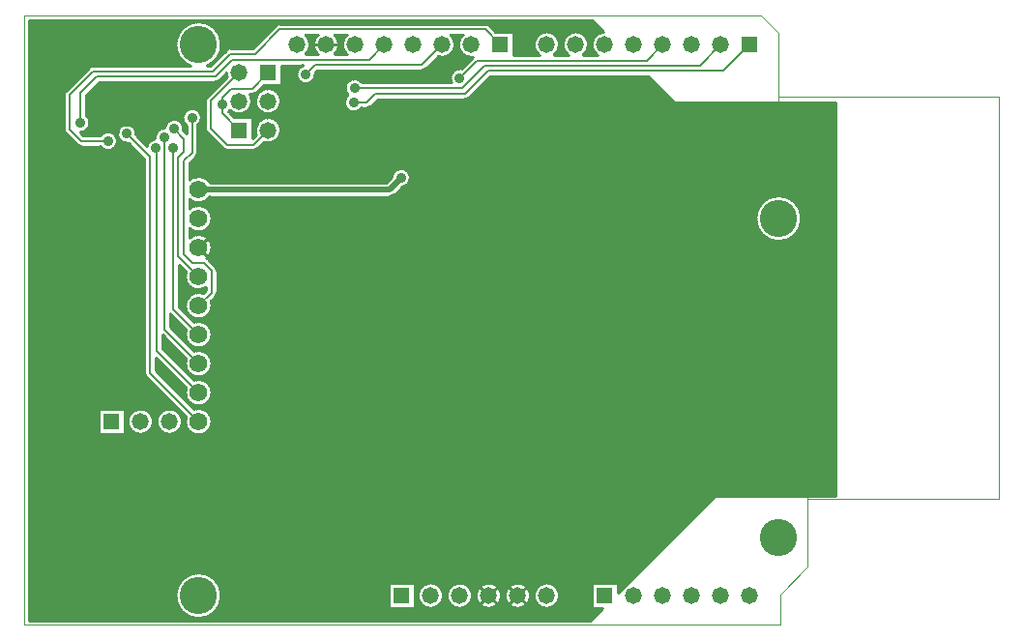
<source format=gbl>
*
G04 Mass Parameters ***
*
G04 Image ***
*
%INC:\SVN\HWTREE\PROJECT\NANO_SHIELD\NANO_SHIELD_RX2.BOT*%
%ICAS*%
%MOIN*%
%IPPOS*%
%ASAXBY*%
G74*%FSLAN2X34Y34*%
*
G04 Aperture Definitions ***
*
%ADD10C,0.1280*%
%ADD11C,0.0400*%
%ADD12R,0.0394X0.0394*%
%ADD13R,0.0236X0.0354*%
%ADD14R,0.0354X0.0236*%
%ADD15R,0.0390X0.0320*%
%ADD16R,0.0390X0.0390*%
%ADD17R,0.0410X0.0870*%
%ADD18C,0.0580*%
%ADD19R,0.0580X0.0580*%
%ADD20R,0.0300X0.0150*%
%ADD21R,0.0150X0.0300*%
%ADD22C,0.0620*%
%ADD23R,0.1850X0.1350*%
%ADD24O,0.0334X0.0931*%
%ADD25O,0.0931X0.0334*%
%ADD26O,0.0470X0.0140*%
%ADD27R,0.0470X0.0140*%
%ADD28C,0.0350*%
%ADD29C,0.0010*%
%ADD30C,0.0100*%
%ADD31C,0.0150*%
%ADD32C,0.0080*%
%ADD33C,0.0500*%
%ADD34C,0.0170*%
%ADD35C,0.0200*%
*
G04 Plot Data ***
*
G54D29*
G01X0026050D01*
Y0001050D01*
X0027000Y0002000D01*
Y0004350D01*
X0033600D01*
Y0018200D01*
X0026000D01*
Y0020400D01*
X0025400Y0021000D01*
X0000000D01*
Y0000000D01*
X0026050D01*
Y0001050D01*
X0027000Y0002000D01*
Y0014900D01*
X0026000Y0015900D01*
Y0020400D01*
X0025400Y0021000D01*
X0000000D01*
Y0000000D01*
G54D30*
G01X0004515Y0008754D02*
X0005838Y0007431D01*
X0014730Y0020850D02*
Y0020715D01*
X0005391Y0008340D02*
X0004929D01*
X0007710Y0016360D02*
Y0015250D01*
X0027950Y0011400D02*
X0006633D01*
X0008160Y0016541D02*
Y0015250D01*
X0009240Y0019285D02*
Y0015250D01*
X0009060Y0019285D02*
Y0015250D01*
X0008250Y0016631D02*
Y0015250D01*
X0006360Y0012714D02*
Y0012559D01*
X0005905Y0014550D02*
X0005690D01*
X0006540Y0014750D02*
Y0012379D01*
X0013440Y0001440D02*
X0012560D01*
Y0000560D01*
X0013440D02*
X0012560D01*
X0013440Y0001440D02*
Y0000560D01*
X0009780Y0019778D02*
Y0019665D01*
X0008340Y0020850D02*
Y0020334D01*
X0017698Y0019680D02*
X0016840D01*
X0012300Y0019110D02*
Y0018690D01*
X0025980Y0013210D02*
Y0004450D01*
X0020440Y0001440D02*
X0019560D01*
Y0000560D01*
X0019910D02*
X0019560D01*
X0016840Y0020440D02*
Y0019640D01*
X0019910Y0020490D02*
X0016179D01*
X0012750Y0014821D02*
Y0001440D01*
X0008160Y0014750D02*
Y0000150D01*
X0007960Y0017070D02*
X0007840D01*
X0008133Y0017700D02*
X0007667D01*
X0008307Y0016620D02*
X0008239D01*
X0008840Y0018610D02*
X0008254D01*
X0003440Y0007440D02*
X0002560D01*
Y0006560D01*
X0003440D02*
X0002560D01*
X0003440Y0007440D02*
Y0006560D01*
X0001360Y0017970D02*
X0000150D01*
Y0020850D02*
Y0000150D01*
X0019550Y0020850D02*
X0000150D01*
X0009330Y0014750D02*
Y0000150D01*
X0027950Y0018000D02*
X0022400D01*
X0027950D02*
Y0004450D01*
X0023800D01*
X0005221Y0000870D02*
X0000150D01*
X0019500Y0000150D02*
X0000150D01*
X0027870Y0018000D02*
Y0004450D01*
X0027780Y0018000D02*
Y0004450D01*
X0027690Y0018000D02*
Y0004450D01*
X0027600Y0018000D02*
Y0004450D01*
X0027510Y0018000D02*
Y0004450D01*
X0027420Y0018000D02*
Y0004450D01*
X0027330Y0018000D02*
Y0004450D01*
X0027240Y0018000D02*
Y0004450D01*
X0027150Y0018000D02*
Y0004450D01*
X0027060Y0018000D02*
Y0004450D01*
X0026970Y0018000D02*
Y0004450D01*
X0026880Y0018000D02*
Y0004450D01*
X0021750Y0002400D02*
X0000150D01*
X0012390Y0014750D02*
Y0000150D01*
X0024720Y0018000D02*
Y0004450D01*
X0024630Y0018000D02*
Y0004450D01*
X0023730Y0018000D02*
Y0004380D01*
X0023640Y0018000D02*
Y0004290D01*
X0024450Y0018000D02*
Y0004450D01*
X0023190Y0018000D02*
Y0003840D01*
X0023100Y0018000D02*
Y0003750D01*
X0023010Y0018000D02*
Y0003660D01*
X0022920Y0018000D02*
Y0003570D01*
X0021030Y0018910D02*
Y0001680D01*
X0023280Y0018000D02*
Y0003930D01*
X0022740Y0018000D02*
Y0003390D01*
X0022650Y0018000D02*
Y0003300D01*
X0022560Y0018000D02*
Y0003210D01*
X0018960Y0018910D02*
Y0000150D01*
X0018870Y0018910D02*
Y0000150D01*
X0018420Y0000869D02*
Y0000150D01*
X0007080Y0020850D02*
Y0019865D01*
X0023800Y0004450D02*
X0020440Y0001090D01*
X0019910Y0000560D02*
X0019500Y0000150D01*
X0018690Y0018910D02*
Y0000150D01*
X0018600Y0018910D02*
Y0000150D01*
X0018510Y0018910D02*
Y0000150D01*
X0020440Y0001440D02*
Y0001090D01*
X0019860Y0018910D02*
Y0001440D01*
X0006810Y0020850D02*
Y0019679D01*
X0019770Y0018910D02*
Y0001440D01*
X0019590Y0018910D02*
Y0001440D01*
X0016260Y0000645D02*
Y0000150D01*
X0016170Y0000594D02*
Y0000150D01*
X0016080Y0000567D02*
Y0000150D01*
X0015990Y0000560D02*
Y0000150D01*
X0015900Y0000571D02*
Y0000150D01*
X0019140Y0018910D02*
Y0000150D01*
X0019770Y0000560D02*
Y0000420D01*
X0019560Y0001050D02*
X0018437D01*
X0017562Y0000960D02*
X0017438D01*
X0020940Y0018910D02*
Y0001590D01*
X0020850Y0018910D02*
Y0001500D01*
X0020760Y0018910D02*
Y0001410D01*
X0020670Y0018910D02*
Y0001320D01*
X0020580Y0018910D02*
Y0001230D01*
X0020490Y0018910D02*
Y0001140D01*
X0017700Y0018910D02*
Y0001322D01*
X0017880Y0018910D02*
Y0001423D01*
X0016583Y0001140D02*
X0016417D01*
X0016562Y0000960D02*
X0016438D01*
X0017880Y0000577D02*
Y0000150D01*
X0017430Y0000907D02*
Y0000150D01*
X0017340Y0000721D02*
Y0000150D01*
X0017250Y0000638D02*
Y0000150D01*
X0017160Y0000590D02*
Y0000150D01*
X0017747Y0019640D02*
X0016840D01*
X0017070Y0000566D02*
Y0000150D01*
X0019560Y0000780D02*
X0018381D01*
X0017610Y0000796D02*
Y0000150D01*
X0016890Y0018910D02*
Y0001426D01*
X0016800Y0018910D02*
Y0001392D01*
X0015583Y0001140D02*
X0015417D01*
X0015562Y0000960D02*
X0015438D01*
X0016890Y0000574D02*
Y0000150D01*
X0016350Y0000733D02*
Y0000150D01*
X0019410Y0018910D02*
Y0000150D01*
X0012030Y0019110D02*
Y0018690D01*
X0019320Y0018910D02*
Y0000150D01*
X0019560Y0000690D02*
X0018312D01*
X0016620Y0000778D02*
Y0000150D01*
X0015900Y0018756D02*
Y0001428D01*
X0015810Y0018666D02*
Y0001397D01*
X0014583Y0001140D02*
X0014417D01*
X0014562Y0000960D02*
X0014438D01*
X0019050Y0018910D02*
Y0000150D01*
X0015360Y0000747D02*
Y0000150D01*
X0014100Y0000571D02*
Y0000150D01*
X0015090Y0000569D02*
Y0000150D01*
X0016619Y0000780D02*
X0016381D01*
X0014460Y0018110D02*
Y0000150D01*
X0014910Y0018110D02*
Y0001431D01*
X0014820Y0018110D02*
Y0001401D01*
X0014619Y0000780D02*
X0014381D01*
X0014563Y0001050D02*
X0014437D01*
X0015180Y0000598D02*
Y0000150D01*
X0014550Y0020850D02*
Y0020715D01*
X0012570Y0018110D02*
Y0015349D01*
X0014010Y0018110D02*
Y0001440D01*
Y0000560D02*
Y0000150D01*
X0013380Y0018110D02*
Y0001440D01*
X0013688Y0000690D02*
X0013440D01*
X0005241Y0000780D02*
X0000150D01*
X0013920Y0000567D02*
Y0000150D01*
X0012930Y0018110D02*
Y0015722D01*
X0013290Y0015320D02*
Y0001440D01*
X0013110Y0015104D02*
Y0001440D01*
X0005131Y0009600D02*
X0004740D01*
X0012930Y0015001D02*
Y0001440D01*
X0012840Y0014911D02*
Y0001440D01*
X0012930Y0000560D02*
Y0000150D01*
X0012750Y0000560D02*
Y0000150D01*
X0012570Y0000560D02*
Y0000150D01*
X0012480Y0014750D02*
Y0000150D01*
X0012300Y0014750D02*
Y0000150D01*
X0012210Y0014750D02*
Y0000150D01*
X0012120Y0014750D02*
Y0000150D01*
X0005388Y0019500D02*
X0000150D01*
X0011940Y0014750D02*
Y0000150D01*
X0011850Y0014750D02*
Y0000150D01*
X0011760Y0014750D02*
Y0000150D01*
X0011670Y0014750D02*
Y0000150D01*
X0011580Y0014750D02*
Y0000150D01*
X0012030Y0014750D02*
Y0000150D01*
X0011220Y0014750D02*
Y0000150D01*
X0008070Y0020850D02*
Y0020064D01*
X0011130Y0014750D02*
Y0000150D01*
X0011040Y0014750D02*
Y0000150D01*
X0010950Y0014750D02*
Y0000150D01*
X0010860Y0014750D02*
Y0000150D01*
X0010770Y0014750D02*
Y0000150D01*
X0010680Y0014750D02*
Y0000150D01*
X0010590Y0014750D02*
Y0000150D01*
X0010500Y0014750D02*
Y0000150D01*
X0003921Y0016260D02*
X0000150D01*
X0010230Y0014750D02*
Y0000150D01*
X0012570Y0014750D02*
Y0001440D01*
X0010140Y0014750D02*
Y0000150D01*
X0010050Y0014750D02*
Y0000150D01*
X0009960Y0014750D02*
Y0000150D01*
X0009870Y0014750D02*
Y0000150D01*
X0009780Y0014750D02*
Y0000150D01*
X0009600Y0014750D02*
Y0000150D01*
X0009510Y0014750D02*
Y0000150D01*
X0009420Y0014750D02*
Y0000150D01*
X0009240Y0014750D02*
Y0000150D01*
X0004831Y0017160D02*
X0003749D01*
X0007971Y0016890D02*
X0007840D01*
X0009060Y0014750D02*
Y0000150D01*
X0008970Y0014750D02*
Y0000150D01*
X0008880Y0014750D02*
Y0000150D01*
X0008790Y0014750D02*
Y0000150D01*
X0008700Y0014750D02*
Y0000150D01*
X0008610Y0014750D02*
Y0000150D01*
X0002310Y0018441D02*
Y0016865D01*
X0001590Y0020850D02*
Y0018584D01*
X0008250Y0014750D02*
Y0000150D01*
X0008070Y0014750D02*
Y0000150D01*
X0007980Y0014750D02*
Y0000150D01*
X0007890Y0014750D02*
Y0000150D01*
X0007800Y0014750D02*
Y0000150D01*
X0007710Y0014750D02*
Y0000150D01*
X0007620Y0014750D02*
Y0000150D01*
X0027950Y0016710D02*
X0008679D01*
X0014254Y0019585D02*
X0013836Y0019168D01*
X0019410Y0019840D02*
Y0019640D01*
X0005581Y0000330D02*
X0000150D01*
X0005201Y0007530D02*
X0000150D01*
X0002560Y0006720D02*
X0000150D01*
X0007080Y0014750D02*
Y0000150D01*
X0006900Y0014750D02*
Y0000150D01*
X0006450Y0006905D02*
Y0001649D01*
X0006360Y0006714D02*
Y0001703D01*
X0006270Y0006628D02*
Y0001742D01*
X0006180Y0006577D02*
Y0001769D01*
X0006090Y0006549D02*
Y0001785D01*
X0006000Y0006540D02*
Y0001790D01*
X0005910Y0006549D02*
Y0001785D01*
X0005820Y0006577D02*
Y0001769D01*
X0005730Y0006628D02*
Y0001742D01*
X0005640Y0006714D02*
Y0001703D01*
X0005550Y0000351D02*
Y0000150D01*
X0005370Y0006762D02*
Y0001477D01*
Y0000523D02*
Y0000150D01*
X0005222Y0001140D02*
X0000150D01*
X0005100Y0006571D02*
Y0000150D01*
X0005010Y0006560D02*
Y0000150D01*
X0004920Y0006567D02*
Y0000150D01*
X0004581Y0009150D02*
X0004515D01*
X0005640Y0000297D02*
Y0000150D01*
X0003661Y0006720D02*
X0003440D01*
X0004762Y0006630D02*
X0004238D01*
X0004470Y0008261D02*
Y0000150D01*
X0004380Y0006778D02*
Y0000150D01*
X0004290Y0006669D02*
Y0000150D01*
X0004200Y0006608D02*
Y0000150D01*
X0004110Y0006574D02*
Y0000150D01*
X0004020Y0006560D02*
Y0000150D01*
X0003930Y0006566D02*
Y0000150D01*
X0003840Y0006590D02*
Y0000150D01*
X0004020Y0016161D02*
Y0007440D01*
X0002560Y0006810D02*
X0000150D01*
X0003762Y0006630D02*
X0003440D01*
X0003480Y0016603D02*
Y0000150D01*
X0003390Y0006560D02*
Y0000150D01*
X0003300Y0006560D02*
Y0000150D01*
X0003210Y0006560D02*
Y0000150D01*
X0003120Y0006560D02*
Y0000150D01*
X0003030Y0006560D02*
Y0000150D01*
X0002940Y0006560D02*
Y0000150D01*
X0002850Y0006560D02*
Y0000150D01*
X0006951Y0018870D02*
X0006814D01*
X0002760Y0016371D02*
Y0007440D01*
X0002580Y0016485D02*
Y0007440D01*
X0003234Y0017070D02*
X0002163D01*
X0002490Y0016485D02*
Y0000150D01*
X0002400Y0016485D02*
Y0000150D01*
X0002310Y0016485D02*
Y0000150D01*
X0002220Y0016485D02*
Y0000150D01*
X0001368Y0018330D02*
X0000150D01*
X0002130Y0016485D02*
Y0000150D01*
X0001950Y0016485D02*
Y0000150D01*
X0001860Y0016508D02*
Y0000150D01*
X0001680Y0016676D02*
Y0000150D01*
X0001770Y0016586D02*
Y0000150D01*
X0001320Y0020850D02*
Y0000150D01*
X0001230Y0020850D02*
Y0000150D01*
X0001140Y0020850D02*
Y0000150D01*
X0001050Y0020850D02*
Y0000150D01*
X0000960Y0020850D02*
Y0000150D01*
X0000870Y0020850D02*
Y0000150D01*
X0000780Y0020850D02*
Y0000150D01*
X0000690Y0020850D02*
Y0000150D01*
X0000600Y0020850D02*
Y0000150D01*
X0000510Y0020850D02*
Y0000150D01*
X0000420Y0020850D02*
Y0000150D01*
X0000330Y0020850D02*
Y0000150D01*
X0004740Y0009991D02*
Y0009529D01*
X0005370Y0020850D02*
Y0020477D01*
X0027950Y0015900D02*
X0005690D01*
X0019640Y0020760D02*
X0006216D01*
X0002400Y0020850D02*
Y0019265D01*
X0005581Y0020670D02*
X0000150D01*
X0001516Y0018510D02*
X0000150D01*
X0005380Y0020490D02*
X0000150D01*
X0001360Y0017520D02*
X0000150D01*
X0005273Y0020310D02*
X0000150D01*
X0006630Y0019523D02*
Y0019499D01*
X0008046Y0020040D02*
X0006789D01*
X0006540Y0019423D02*
Y0019409D01*
X0006721Y0019590D02*
X0006675D01*
X0027950Y0016350D02*
X0005965D01*
X0006901Y0019770D02*
X0006756D01*
X0006631Y0019500D02*
X0006612D01*
X0002650Y0016440D02*
X0000150D01*
X0002240Y0019230D02*
X0000150D01*
X0001360Y0017880D02*
X0000150D01*
X0001556Y0016800D02*
X0000150D01*
X0006630Y0018718D02*
Y0018549D01*
X0001500Y0016856D02*
Y0000150D01*
X0011490Y0014750D02*
Y0000150D01*
X0001360Y0017070D02*
X0000150D01*
X0008430Y0014750D02*
Y0000150D01*
X0002400Y0018531D02*
Y0016865D01*
X0001426Y0018420D02*
X0000150D01*
X0006810Y0018866D02*
Y0018729D01*
X0002670Y0016423D02*
Y0007440D01*
X0005325Y0019590D02*
X0000150D01*
X0004470Y0020850D02*
Y0019265D01*
X0001590Y0016766D02*
Y0000150D01*
X0008340Y0014750D02*
Y0000150D01*
X0002216Y0019209D02*
X0001418Y0018411D01*
X0013110Y0020850D02*
Y0020715D01*
X0001786Y0018780D02*
X0000150D01*
X0012390Y0019110D02*
Y0018690D01*
X0001696D02*
X0000150D01*
X0001360Y0017430D02*
X0000150D01*
X0002130Y0018261D02*
Y0017551D01*
X0002490Y0020850D02*
Y0019265D01*
X0001876Y0018870D02*
X0000150D01*
X0001606Y0018600D02*
X0000150D01*
X0002763Y0016980D02*
X0002005D01*
X0003831Y0016350D02*
X0000150D01*
X0001827Y0016530D02*
X0000150D01*
X0003577Y0016604D02*
X0004135Y0016046D01*
X0005221Y0020130D02*
X0000150D01*
X0008430Y0016611D02*
Y0015250D01*
X0013560Y0018110D02*
Y0000150D01*
X0004135Y0014190D02*
X0000150D01*
X0006360Y0000297D02*
Y0000150D01*
X0004135Y0014100D02*
X0000150D01*
X0004135Y0015630D02*
X0000150D01*
X0004135Y0015450D02*
X0000150D01*
X0004135Y0015540D02*
X0000150D01*
X0004135Y0015360D02*
X0000150D01*
X0004135Y0012210D02*
X0000150D01*
X0004135Y0012120D02*
X0000150D01*
X0004135Y0012030D02*
X0000150D01*
X0004135Y0015000D02*
X0000150D01*
X0004135Y0014910D02*
X0000150D01*
X0004135Y0014730D02*
X0000150D01*
X0006270Y0000258D02*
Y0000150D01*
X0027950Y0010500D02*
X0005769D01*
X0004135Y0011400D02*
X0000150D01*
X0004135Y0011310D02*
X0000150D01*
X0004135Y0014370D02*
X0000150D01*
X0004135Y0014280D02*
X0000150D01*
X0004135Y0014640D02*
X0000150D01*
X0004135Y0014550D02*
X0000150D01*
X0004135Y0014460D02*
X0000150D01*
X0004135Y0013920D02*
X0000150D01*
X0027950Y0011310D02*
X0006579D01*
X0008700Y0016728D02*
Y0015250D01*
X0004135Y0011130D02*
X0000150D01*
X0004135Y0013380D02*
X0000150D01*
X0004135Y0012390D02*
X0000150D01*
X0004135Y0013200D02*
X0000150D01*
X0027950Y0012210D02*
X0006640D01*
X0027950Y0012120D02*
X0006640D01*
X0027950Y0013020D02*
X0006460D01*
X0027950Y0012030D02*
X0006640D01*
X0004135Y0012750D02*
X0000150D01*
X0004135Y0011040D02*
X0000150D01*
X0004135Y0013290D02*
X0000150D01*
X0004135Y0012300D02*
X0000150D01*
X0004135Y0013110D02*
X0000150D01*
X0004135Y0013020D02*
X0000150D01*
X0004135Y0012660D02*
X0000150D01*
X0004135Y0012570D02*
X0000150D01*
X0004135Y0012480D02*
X0000150D01*
X0004135Y0011940D02*
X0000150D01*
X0027950Y0012840D02*
X0006431D01*
X0006450Y0014750D02*
Y0014095D01*
X0004135Y0015900D02*
X0000150D01*
X0004135Y0015810D02*
X0000150D01*
X0004135Y0015270D02*
X0000150D01*
X0004135Y0015180D02*
X0000150D01*
X0004135Y0015090D02*
X0000150D01*
X0027950Y0012660D02*
X0006310D01*
X0004135Y0011580D02*
X0000150D01*
X0027950D02*
X0006640D01*
X0027950Y0011490D02*
X0006640D01*
X0027950Y0010860D02*
X0006438D01*
X0027950Y0009060D02*
X0006456D01*
X0004391Y0008340D02*
X0000150D01*
X0004135Y0009420D02*
X0000150D01*
X0005544Y0009060D02*
X0005209D01*
X0027950Y0009330D02*
X0006320D01*
X0027950Y0010320D02*
X0006330D01*
X0002560Y0007350D02*
X0000150D01*
X0005541Y0008970D02*
X0005299D01*
X0027950Y0009150D02*
X0006435D01*
X0027950Y0010050D02*
X0006457D01*
X0005640Y0007714D02*
Y0007629D01*
X0004515Y0009216D02*
X0005569Y0008162D01*
X0014640Y0000747D02*
Y0000150D01*
X0004135Y0010410D02*
X0000150D01*
X0004135Y0010320D02*
X0000150D01*
X0004135Y0009690D02*
X0000150D01*
X0005556Y0008880D02*
X0005389D01*
X0027950Y0009960D02*
X0006458D01*
X0005591Y0008790D02*
X0005479D01*
X0004515Y0009216D02*
Y0008754D01*
X0005381Y0007350D02*
X0005267D01*
X0004830Y0008901D02*
Y0008439D01*
X0005010Y0007721D02*
Y0007440D01*
X0004830Y0007901D02*
Y0007406D01*
X0005569Y0008160D02*
X0005109D01*
X0005540Y0007980D02*
X0005289D01*
X0005553Y0007890D02*
X0005379D01*
X0005586Y0007800D02*
X0005469D01*
X0005741Y0007620D02*
X0005649D01*
X0005562Y0010140D02*
X0005129D01*
X0002760Y0006560D02*
Y0000150D01*
X0004135Y0010050D02*
X0000150D01*
X0027950Y0006810D02*
X0006419D01*
X0003560Y0006990D02*
X0003440D01*
X0002560Y0007260D02*
X0000150D01*
X0004603Y0006810D02*
X0004397D01*
X0027950Y0006630D02*
X0006273D01*
X0003750Y0016431D02*
Y0007362D01*
X0002560Y0006900D02*
X0000150D01*
X0002560Y0006630D02*
X0000150D01*
X0027950Y0006540D02*
X0000150D01*
X0027950Y0006450D02*
X0000150D01*
X0027950Y0006360D02*
X0000150D01*
X0027950Y0006270D02*
X0000150D01*
X0027950Y0006180D02*
X0000150D01*
X0027950Y0006090D02*
X0000150D01*
X0027950Y0006000D02*
X0000150D01*
X0027950Y0005910D02*
X0000150D01*
X0027950Y0005820D02*
X0000150D01*
X0027950Y0005730D02*
X0000150D01*
X0027950Y0005640D02*
X0000150D01*
X0027950Y0005550D02*
X0000150D01*
X0027950Y0005460D02*
X0000150D01*
X0000240Y0020850D02*
Y0000150D01*
X0027950Y0005280D02*
X0000150D01*
X0027950Y0005190D02*
X0000150D01*
X0027950Y0005100D02*
X0000150D01*
X0027950Y0005010D02*
X0000150D01*
X0027950Y0004920D02*
X0000150D01*
X0027950Y0004830D02*
X0000150D01*
X0027950Y0004740D02*
X0000150D01*
X0027950Y0004650D02*
X0000150D01*
X0027950Y0004560D02*
X0000150D01*
X0027950Y0004470D02*
X0000150D01*
X0023730Y0004380D02*
X0000150D01*
X0023640Y0004290D02*
X0000150D01*
X0023550Y0004200D02*
X0000150D01*
X0023460Y0004110D02*
X0000150D01*
X0023370Y0004020D02*
X0000150D01*
X0023280Y0003930D02*
X0000150D01*
X0001360Y0017250D02*
X0000150D01*
X0006541Y0019410D02*
X0006525D01*
X0005212Y0001050D02*
X0000150D01*
X0023100Y0003750D02*
X0000150D01*
X0023010Y0003660D02*
X0000150D01*
X0022920Y0003570D02*
X0000150D01*
X0022830Y0003480D02*
X0000150D01*
X0022740Y0003390D02*
X0000150D01*
X0022650Y0003300D02*
X0000150D01*
X0022560Y0003210D02*
X0000150D01*
X0022470Y0003120D02*
X0000150D01*
X0022380Y0003030D02*
X0000150D01*
X0022290Y0002940D02*
X0000150D01*
X0022200Y0002850D02*
X0000150D01*
X0022110Y0002760D02*
X0000150D01*
X0022020Y0002670D02*
X0000150D01*
X0021930Y0002580D02*
X0000150D01*
X0021840Y0002490D02*
X0000150D01*
X0021660Y0002310D02*
X0000150D01*
X0021480Y0002130D02*
X0000150D01*
X0021390Y0002040D02*
X0000150D01*
X0021300Y0001950D02*
X0000150D01*
X0006630Y0011389D02*
Y0001477D01*
X0005280Y0000675D02*
Y0000150D01*
X0005823Y0001770D02*
X0000150D01*
X0005598Y0001680D02*
X0000150D01*
X0005475Y0001590D02*
X0000150D01*
X0013740Y0018110D02*
Y0001355D01*
X0012560Y0001410D02*
X0006675D01*
X0012560Y0001320D02*
X0006722D01*
X0012560Y0001230D02*
X0006756D01*
X0012560Y0001140D02*
X0006777D01*
X0012560Y0001050D02*
X0006788D01*
X0012560Y0000960D02*
X0006789D01*
X0012560Y0000870D02*
X0006779D01*
X0012560Y0000780D02*
X0006759D01*
X0012560Y0000690D02*
X0006727D01*
X0005319Y0000600D02*
X0000150D01*
X0005380Y0000510D02*
X0000150D01*
X0005464Y0000420D02*
X0000150D01*
X0008520Y0020850D02*
Y0020514D01*
X0004740Y0007991D02*
Y0007355D01*
X0027950Y0008970D02*
X0006459D01*
X0027950Y0010680D02*
X0006330D01*
X0006360Y0016896D02*
Y0015286D01*
X0004650Y0006733D02*
Y0000150D01*
X0003660Y0006721D02*
Y0000150D01*
X0004594Y0007170D02*
X0004406D01*
X0006990Y0020850D02*
Y0019845D01*
X0004110Y0016071D02*
Y0007426D01*
X0003603Y0006810D02*
X0003440D01*
X0003930Y0016251D02*
Y0007434D01*
X0005244Y0001230D02*
X0000150D01*
X0004290Y0008441D02*
Y0007331D01*
X0027950Y0007170D02*
X0006427D01*
X0004733Y0007350D02*
X0004267D01*
X0027950Y0008520D02*
X0005749D01*
X0003645Y0007260D02*
X0003440D01*
X0003567Y0007080D02*
X0003440D01*
X0003571Y0006900D02*
X0003440D01*
X0003570Y0016603D02*
Y0007093D01*
X0003594Y0007170D02*
X0003440D01*
X0003570Y0006907D02*
Y0000150D01*
X0027950Y0007530D02*
X0005739D01*
X0003300Y0016690D02*
Y0007440D01*
X0003413Y0016620D02*
X0003195D01*
X0003120Y0016461D02*
Y0007440D01*
X0003030Y0016389D02*
Y0007440D01*
X0002940Y0016357D02*
Y0007440D01*
X0002850Y0016351D02*
Y0007440D01*
X0003750Y0006638D02*
Y0000150D01*
X0002670Y0006560D02*
Y0000150D01*
X0027950Y0006990D02*
X0006460D01*
X0003733Y0007350D02*
X0003440D01*
X0004560Y0006990D02*
X0004440D01*
X0027950Y0006720D02*
X0006365D01*
X0002560Y0007170D02*
X0000150D01*
X0002560Y0006990D02*
X0000150D01*
X0012918Y0015720D02*
X0005690D01*
X0007170Y0014750D02*
Y0000150D01*
X0006630Y0000523D02*
Y0000150D01*
X0027950Y0011130D02*
X0006441D01*
X0027950Y0012570D02*
X0006349D01*
X0004135Y0011850D02*
X0000150D01*
X0004135Y0010860D02*
X0000150D01*
X0027950Y0009510D02*
X0005759D01*
X0027950Y0009600D02*
X0006227D01*
X0005643Y0007710D02*
X0005559D01*
X0004135Y0010140D02*
X0000150D01*
X0012840Y0018110D02*
Y0015696D01*
X0006810Y0014750D02*
Y0000150D01*
X0006540Y0000423D02*
Y0000150D01*
X0004740Y0009529D02*
X0005838Y0008431D01*
X0004830Y0006594D02*
Y0000150D01*
X0006990Y0014750D02*
Y0000150D01*
X0021120Y0001770D02*
X0006177D01*
X0021030Y0001680D02*
X0006402D01*
X0020940Y0001590D02*
X0006525D01*
X0013830Y0018110D02*
Y0001406D01*
X0020850Y0001500D02*
X0006612D01*
X0005388D02*
X0000150D01*
X0005325Y0001410D02*
X0000150D01*
X0005278Y0001320D02*
X0000150D01*
X0004740Y0006645D02*
Y0000150D01*
X0023190Y0003840D02*
X0000150D01*
X0021210Y0001860D02*
X0000150D01*
X0005211Y0000960D02*
X0000150D01*
X0005273Y0000690D02*
X0000150D01*
X0019860Y0000510D02*
X0006620D01*
X0019770Y0000420D02*
X0006536D01*
X0019680Y0000330D02*
X0006419D01*
X0005370Y0019523D02*
Y0019265D01*
X0001360Y0017610D02*
X0000150D01*
X0006720Y0020850D02*
Y0020325D01*
X0006630Y0020850D02*
Y0020477D01*
X0006540Y0020850D02*
Y0020577D01*
X0006450Y0020850D02*
Y0020649D01*
X0006360Y0020850D02*
Y0020703D01*
X0006270Y0020850D02*
Y0020742D01*
X0006180Y0020850D02*
Y0020769D01*
X0006090Y0020850D02*
Y0020785D01*
X0006000Y0020850D02*
Y0020790D01*
X0005910Y0020850D02*
Y0020785D01*
X0005820Y0020850D02*
Y0020769D01*
X0005730Y0020850D02*
Y0020742D01*
X0005640Y0020850D02*
Y0020703D01*
X0005550Y0020850D02*
Y0020649D01*
X0005460Y0020850D02*
Y0020577D01*
X0011940Y0020850D02*
Y0020715D01*
X0005710Y0019265D02*
X0002350D01*
X0022250Y0018150D02*
X0015292D01*
X0007871Y0019865D02*
X0007075D01*
X0021300Y0018910D02*
Y0001950D01*
X0019860Y0000560D02*
Y0000510D01*
X0016440Y0018910D02*
Y0000150D01*
X0019500Y0018910D02*
Y0000150D01*
X0008316Y0020310D02*
X0006727D01*
X0013020Y0000560D02*
Y0000150D01*
X0008520Y0014750D02*
Y0000150D01*
X0001360Y0018150D02*
X0000150D01*
X0005244Y0019770D02*
X0000150D01*
X0022110Y0018290D02*
Y0002760D01*
X0024360Y0018000D02*
Y0004450D01*
X0026700Y0013634D02*
Y0004450D01*
X0026610Y0013498D02*
Y0004450D01*
X0026520Y0013405D02*
Y0004450D01*
X0026430Y0013337D02*
Y0004450D01*
X0026340Y0013287D02*
Y0004450D01*
X0026250Y0013251D02*
Y0004450D01*
X0026160Y0013226D02*
Y0004450D01*
X0026070Y0013213D02*
Y0004450D01*
X0026790Y0018000D02*
Y0004450D01*
X0025890Y0013218D02*
Y0004450D01*
X0025800Y0013236D02*
Y0004450D01*
X0025710Y0013265D02*
Y0004450D01*
X0025620Y0013307D02*
Y0004450D01*
X0025530Y0013365D02*
Y0004450D01*
X0025440Y0013443D02*
Y0004450D01*
X0025510Y0013380D02*
X0006259D01*
X0026700Y0018000D02*
Y0014366D01*
X0026610Y0018000D02*
Y0014502D01*
X0026520Y0018000D02*
Y0014595D01*
X0026430Y0018000D02*
Y0014663D01*
X0026340Y0018000D02*
Y0014713D01*
X0026250Y0018000D02*
Y0014749D01*
X0026160Y0018000D02*
Y0014774D01*
X0026070Y0018000D02*
Y0014787D01*
X0025980Y0018000D02*
Y0014790D01*
X0025890Y0018000D02*
Y0014782D01*
X0025800Y0018000D02*
Y0014764D01*
X0025710Y0018000D02*
Y0014735D01*
X0025620Y0018000D02*
Y0014693D01*
X0025530Y0018000D02*
Y0014635D01*
X0025440Y0018000D02*
Y0014557D01*
X0025260Y0018000D02*
Y0014277D01*
X0027950Y0014730D02*
X0026302D01*
X0027950Y0014640D02*
X0026463D01*
X0027950Y0014550D02*
X0026567D01*
X0027950Y0014460D02*
X0026642D01*
X0027950Y0014370D02*
X0026698D01*
X0027950Y0014280D02*
X0026739D01*
X0027950Y0014190D02*
X0026767D01*
X0027950Y0014100D02*
X0026784D01*
X0027950Y0014010D02*
X0026790D01*
X0027950Y0013920D02*
X0026786D01*
X0027950Y0013830D02*
X0026771D01*
X0027950Y0013740D02*
X0026746D01*
X0027950Y0013650D02*
X0026708D01*
X0027950Y0013560D02*
X0026656D01*
X0027950Y0013470D02*
X0026586D01*
X0004135Y0011220D02*
X0000150D01*
X0011580Y0017770D02*
Y0015250D01*
X0006325Y0012675D02*
X0006000Y0013000D01*
X0008610Y0016663D02*
Y0015250D01*
X0006325Y0013325D02*
X0006000Y0013000D01*
X0016689Y0001311D02*
X0017000Y0001000D01*
X0017311Y0000689D02*
X0017000Y0001000D01*
X0016689Y0000689D02*
X0017000Y0001000D01*
X0017311Y0001311D02*
X0017000Y0001000D01*
X0015689Y0001311D02*
X0016000Y0001000D01*
X0016311Y0000689D02*
X0016000Y0001000D01*
X0015689Y0000689D02*
X0016000Y0001000D01*
X0016311Y0001311D02*
X0016000Y0001000D01*
X0004135Y0009870D02*
X0000150D01*
X0007350Y0020850D02*
Y0019865D01*
X0002040Y0016991D02*
Y0016865D01*
X0009510Y0019285D02*
Y0019239D01*
X0011310Y0014750D02*
Y0000150D01*
X0009498Y0019230D02*
X0008840D01*
X0009510Y0018711D02*
Y0015250D01*
X0022340Y0018060D02*
X0012129D01*
X0014676Y0018870D02*
X0010008D01*
X0007960Y0018060D02*
X0007840D01*
X0005598Y0019320D02*
X0000150D01*
X0009960Y0020850D02*
Y0020715D01*
X0009690Y0014750D02*
Y0000150D01*
X0011310Y0019110D02*
Y0018818D01*
X0001736Y0016620D02*
X0000150D01*
X0008666Y0020659D02*
X0007871Y0019865D01*
X0001360Y0018060D02*
X0000150D01*
X0005585Y0016980D02*
X0005539D01*
X0007980Y0020850D02*
Y0019974D01*
X0007260Y0017633D02*
Y0017490D01*
X0007800Y0018285D02*
Y0018233D01*
X0006235Y0018060D02*
X0002119D01*
X0007710Y0020850D02*
Y0019865D01*
X0006270Y0016990D02*
Y0015372D01*
X0006630Y0014750D02*
Y0012261D01*
X0008406Y0020400D02*
X0006681D01*
X0017250Y0020850D02*
Y0019640D01*
X0021890Y0018510D02*
X0015654D01*
X0016260Y0018910D02*
Y0001355D01*
X0010410Y0014750D02*
Y0000150D01*
X0017160Y0020850D02*
Y0019640D01*
X0017430Y0020850D02*
Y0019640D01*
X0011400Y0014750D02*
Y0000150D01*
X0013619Y0000780D02*
X0013440D01*
X0015619D02*
X0015381D01*
X0023460Y0018000D02*
Y0004110D01*
X0015180Y0019619D02*
Y0019299D01*
X0021490Y0018910D02*
X0016054D01*
X0025350Y0013551D02*
Y0004450D01*
X0022070Y0018330D02*
X0015474D01*
X0015270Y0019580D02*
Y0019389D01*
X0013110Y0018110D02*
Y0015696D01*
X0015000Y0018110D02*
Y0001440D01*
X0015270Y0000653D02*
Y0000150D01*
X0008045Y0017790D02*
X0007755D01*
X0011670Y0017810D02*
Y0015250D01*
Y0019110D02*
Y0018690D01*
X0011098Y0018330D02*
X0008739D01*
X0021710Y0018690D02*
X0015834D01*
X0014853Y0019140D02*
X0013802D01*
X0014694Y0018960D02*
X0010025D01*
X0011102Y0017790D02*
X0008755D01*
X0027950Y0017970D02*
X0012039D01*
X0021490Y0018910D02*
X0022400Y0018000D01*
X0014280Y0018110D02*
Y0001339D01*
X0011048Y0017880D02*
X0008806D01*
X0011210Y0018780D02*
X0009960D01*
X0009392Y0018870D02*
X0008840D01*
X0008430Y0018610D02*
Y0018489D01*
X0016890Y0020850D02*
Y0019640D01*
X0015291Y0019410D02*
X0014079D01*
X0014280Y0019577D02*
Y0018690D01*
X0013200Y0015165D02*
Y0001440D01*
X0005773Y0009600D02*
X0005669D01*
X0004830Y0009901D02*
Y0009439D01*
X0004671Y0009060D02*
X0004515D01*
X0005820Y0000231D02*
Y0000150D01*
X0005460Y0007271D02*
Y0001577D01*
X0005820Y0008577D02*
Y0008449D01*
X0005481Y0008250D02*
X0005019D01*
X0005280Y0008451D02*
Y0007989D01*
X0006540Y0018710D02*
Y0018459D01*
X0005021Y0007710D02*
X0000150D01*
X0005280Y0010451D02*
Y0009989D01*
X0005651Y0008700D02*
X0005569D01*
X0004135Y0009060D02*
X0000150D01*
X0003846Y0016873D02*
X0004211Y0016508D01*
X0006900Y0018956D02*
Y0018819D01*
X0004470Y0018710D02*
Y0016745D01*
X0003840Y0016341D02*
Y0007410D01*
X0005280Y0018710D02*
Y0017398D01*
X0005190Y0018710D02*
Y0017422D01*
X0005370Y0007361D02*
Y0007238D01*
Y0018710D02*
Y0017339D01*
X0007350Y0014750D02*
Y0000150D01*
Y0016360D02*
Y0015250D01*
X0007440Y0016360D02*
Y0015250D01*
X0006450Y0016806D02*
Y0015250D01*
X0007530Y0016360D02*
Y0015250D01*
X0027950Y0015270D02*
X0013273D01*
X0027950Y0015360D02*
X0013297D01*
X0027950Y0015450D02*
X0013296D01*
X0006450Y0000351D02*
Y0000150D01*
X0025414Y0013470D02*
X0005690D01*
X0012750Y0018110D02*
Y0015634D01*
X0005820Y0016051D02*
Y0015423D01*
X0006450Y0011181D02*
Y0011095D01*
X0006720Y0014750D02*
Y0001325D01*
X0008254Y0016635D02*
X0008036Y0016418D01*
X0006090Y0000215D02*
Y0000150D01*
X0005550Y0011905D02*
Y0011095D01*
X0005730Y0011628D02*
Y0011372D01*
X0005820Y0011577D02*
Y0011423D01*
X0005910Y0011549D02*
Y0011451D01*
X0006180Y0000231D02*
Y0000150D01*
X0027950Y0013200D02*
X0006414D01*
X0005670Y0010680D02*
X0005589D01*
X0006640Y0012200D02*
Y0011450D01*
X0005820Y0013577D02*
Y0013423D01*
X0027950Y0011670D02*
X0006640D01*
X0006990Y0016360D02*
Y0015250D01*
X0008340Y0016614D02*
Y0015250D01*
X0012480Y0018110D02*
Y0015259D01*
X0008520Y0016627D02*
Y0015250D01*
X0013290Y0018110D02*
Y0015480D01*
X0007620Y0016360D02*
Y0015250D01*
X0006291Y0016966D02*
X0006838Y0016418D01*
X0007080Y0016360D02*
Y0015250D01*
X0008790Y0016846D02*
Y0015250D01*
X0006260Y0011580D02*
X0006188D01*
X0005541Y0012030D02*
X0005315D01*
X0027950Y0012750D02*
X0006386D01*
X0010860Y0019110D02*
Y0015250D01*
X0011400Y0017679D02*
Y0015250D01*
X0010320Y0019110D02*
Y0015250D01*
X0005585Y0017211D02*
Y0016934D01*
X0010950Y0019110D02*
Y0015250D01*
X0007800Y0016360D02*
Y0015250D01*
X0005690Y0015921D02*
Y0015340D01*
Y0013660D02*
Y0013340D01*
X0018747Y0019640D02*
X0018253D01*
X0005714Y0015360D02*
X0005690D01*
X0012840Y0000560D02*
Y0000150D01*
X0005910Y0016141D02*
Y0015451D01*
X0005585Y0017070D02*
X0005474D01*
X0005730Y0015961D02*
Y0015372D01*
X0005471Y0017048D02*
X0005585Y0016934D01*
X0009330Y0019285D02*
Y0015250D01*
X0009420Y0018810D02*
Y0015250D01*
X0004920Y0018710D02*
Y0017330D01*
X0005730Y0018710D02*
Y0017797D01*
X0002579Y0018710D02*
X0002119Y0018250D01*
X0007260Y0014750D02*
Y0000150D01*
X0011310Y0017677D02*
Y0015250D01*
X0005756Y0008610D02*
X0005659D01*
X0005479Y0017340D02*
X0005369D01*
X0002146Y0019140D02*
X0000150D01*
X0004020Y0018710D02*
Y0016699D01*
X0005540Y0017700D02*
X0002119D01*
X0006235Y0017970D02*
X0002119D01*
X0004110Y0018710D02*
Y0016609D01*
X0006636Y0016620D02*
X0005965D01*
X0005041Y0009690D02*
X0004740D01*
X0012179Y0018110D02*
X0011936Y0017868D01*
X0019550Y0020850D02*
X0019962Y0020438D01*
X0005453Y0017430D02*
X0002225D01*
X0006985Y0018904D02*
X0006293Y0018211D01*
X0012210Y0019110D02*
Y0018690D01*
X0005585Y0017160D02*
X0005469D01*
X0007840Y0017490D02*
X0007229D01*
X0012120Y0019110D02*
Y0018690D01*
X0007890Y0016360D02*
Y0015250D01*
X0005315Y0012416D02*
Y0010954D01*
X0006540Y0016716D02*
Y0015250D01*
X0027950Y0011040D02*
X0006458D01*
X0018600Y0019817D02*
Y0019640D01*
X0012651Y0015430D02*
X0012471Y0015250D01*
X0025537Y0014640D02*
X0006286D01*
X0006720Y0016536D02*
Y0015250D01*
X0016260Y0020850D02*
Y0020440D01*
X0015270Y0020850D02*
Y0020715D01*
X0017700Y0019678D02*
Y0019640D01*
X0017583Y0019860D02*
X0016840D01*
X0022160Y0018240D02*
X0015384D01*
X0015875Y0020715D02*
X0008800D01*
X0010860Y0020850D02*
Y0020715D01*
X0010840Y0020000D02*
X0010400D01*
X0005370Y0009361D02*
Y0008899D01*
X0009960Y0020335D02*
Y0019665D01*
X0010860Y0020335D02*
Y0019665D01*
X0010950Y0020335D02*
Y0019665D01*
X0027950Y0011760D02*
X0006640D01*
X0005100Y0009631D02*
Y0009169D01*
X0006720Y0018776D02*
Y0018639D01*
X0006360Y0019297D02*
Y0019265D01*
X0004380Y0020850D02*
Y0019265D01*
X0007620Y0020850D02*
Y0019865D01*
X0015115Y0020335D02*
X0014685D01*
X0004135Y0015990D02*
X0000150D01*
X0002220Y0018351D02*
Y0017441D01*
X0010050Y0020335D02*
Y0020267D01*
X0007032Y0019860D02*
X0006777D01*
X0013920Y0020850D02*
Y0020715D01*
X0009544Y0018690D02*
X0008840D01*
X0016350Y0018910D02*
Y0001267D01*
X0004920Y0020850D02*
Y0019265D01*
X0002940Y0018710D02*
Y0016993D01*
X0001860Y0020850D02*
Y0018854D01*
X0006941Y0019809D02*
X0006396Y0019265D01*
X0027950Y0013290D02*
X0026346D01*
X0001360Y0017700D02*
X0000150D01*
X0003651Y0016530D02*
X0003166D01*
X0014910Y0020335D02*
Y0019162D01*
X0001360Y0018275D02*
Y0017075D01*
X0006250Y0018150D02*
X0002119D01*
X0002220Y0020850D02*
Y0019214D01*
X0005464Y0020580D02*
X0000150D01*
X0012840Y0020850D02*
Y0020715D01*
X0004290Y0018710D02*
Y0016649D01*
X0027950Y0016170D02*
X0005933D01*
X0005319Y0020400D02*
X0000150D01*
X0001680Y0020850D02*
Y0018674D01*
X0004110Y0020850D02*
Y0019265D01*
X0005280Y0019675D02*
Y0019265D01*
X0002631Y0016890D02*
X0002004D01*
X0006235Y0017520D02*
X0006097D01*
X0008136Y0020130D02*
X0006779D01*
X0002760Y0018710D02*
Y0016979D01*
X0005479Y0017610D02*
X0002119D01*
X0027950Y0016530D02*
X0008149D01*
X0007530Y0014750D02*
Y0000150D01*
X0007440Y0017612D02*
Y0017490D01*
X0007530Y0017630D02*
Y0017490D01*
X0027950Y0015000D02*
X0012929D01*
X0008790Y0020850D02*
Y0020715D01*
X0016054Y0018910D02*
X0015311Y0018168D01*
X0005460Y0017395D02*
Y0017198D01*
X0007080Y0017723D02*
Y0017639D01*
X0005031Y0008700D02*
X0004569D01*
X0005910Y0000215D02*
Y0000150D01*
X0005820Y0009577D02*
Y0009449D01*
X0005491Y0009240D02*
X0005029D01*
X0027950Y0008700D02*
X0006349D01*
X0004771Y0009960D02*
X0004740D01*
X0013560Y0019110D02*
Y0018690D01*
X0013650Y0019110D02*
Y0018690D01*
X0013290Y0019110D02*
Y0018690D01*
X0019590Y0019840D02*
Y0019640D01*
X0005411Y0010320D02*
X0005015D01*
Y0010716D02*
Y0010254D01*
X0006720Y0000675D02*
Y0000150D01*
X0005100Y0018710D02*
Y0017421D01*
X0005820Y0010577D02*
Y0010449D01*
X0006000Y0000210D02*
Y0000150D01*
X0005791Y0010590D02*
X0005679D01*
X0027950Y0014820D02*
X0012748D01*
X0006000Y0010540D02*
Y0010460D01*
X0011490Y0017707D02*
Y0015250D01*
X0011220Y0017702D02*
Y0015250D01*
X0005291Y0007440D02*
X0000150D01*
X0006000Y0007540D02*
Y0007460D01*
X0005231Y0010500D02*
X0005015D01*
X0004661Y0006720D02*
X0004339D01*
X0005635D02*
X0005339D01*
X0005581Y0006810D02*
X0005397D01*
X0005280Y0007451D02*
Y0007339D01*
X0005540Y0006990D02*
X0005440D01*
X0004554Y0016980D02*
X0003845D01*
X0004513Y0016890D02*
X0003848D01*
X0005565Y0009150D02*
X0005119D01*
X0005866Y0007440D02*
X0005829D01*
X0005660Y0009690D02*
X0005579D01*
X0001950Y0016972D02*
Y0016944D01*
X0027950Y0008430D02*
X0006163D01*
X0003225Y0016800D02*
X0003175D01*
X0003300Y0018710D02*
Y0017159D01*
X0004265Y0016620D02*
X0004099D01*
X0003930Y0018710D02*
Y0016789D01*
X0027950Y0007620D02*
X0006259D01*
X0027950Y0007710D02*
X0006357D01*
X0008970Y0020850D02*
Y0020715D01*
X0008250Y0020850D02*
Y0020244D01*
X0011130Y0019110D02*
Y0018713D01*
X0006396Y0019265D02*
X0006290D01*
X0015360Y0019562D02*
Y0019479D01*
X0007440Y0020850D02*
Y0019865D01*
X0019730Y0020670D02*
X0015998D01*
X0004369Y0016710D02*
X0004009D01*
X0005222Y0019860D02*
X0000150D01*
X0008226Y0020220D02*
X0006759D01*
X0001500Y0020850D02*
Y0018494D01*
X0002130Y0020850D02*
Y0019124D01*
X0027950Y0016620D02*
X0008493D01*
X0009420Y0019140D02*
X0008840D01*
X0009960Y0020000D02*
X0010400D01*
X0006450Y0019351D02*
Y0019319D01*
X0005475Y0019410D02*
X0000150D01*
X0003030Y0020850D02*
Y0019265D01*
X0001950Y0020850D02*
Y0018944D01*
X0019590Y0020810D02*
Y0020160D01*
X0005905Y0015450D02*
X0005690D01*
X0002940Y0020850D02*
Y0019265D01*
X0002850Y0020850D02*
Y0019265D01*
X0011040Y0020335D02*
Y0020253D01*
X0006411Y0018330D02*
X0002199D01*
X0001410Y0020850D02*
Y0018403D01*
X0006591Y0018510D02*
X0002379D01*
X0006270Y0018710D02*
Y0018185D01*
X0001770Y0020850D02*
Y0018764D01*
X0001360Y0018240D02*
X0000150D01*
X0002760Y0020850D02*
Y0019265D01*
X0005278Y0019680D02*
X0000150D01*
X0002130Y0017041D02*
Y0016865D01*
X0005211Y0020040D02*
X0000150D01*
X0006575Y0018710D02*
X0002579D01*
X0006235Y0017160D02*
X0005965D01*
X0002490Y0018621D02*
Y0016865D01*
X0027950Y0015810D02*
X0005690D01*
X0004861Y0009870D02*
X0004740D01*
X0009150Y0014750D02*
Y0000150D01*
X0005341Y0012390D02*
X0005315D01*
X0005540Y0017250D02*
X0005438D01*
X0007039Y0017680D02*
X0007229Y0017490D01*
X0006235Y0017790D02*
X0005855D01*
X0006235Y0018075D02*
Y0017100D01*
Y0017430D02*
X0006097D01*
X0006816Y0016440D02*
X0005965D01*
X0007620Y0017669D02*
Y0017490D01*
X0001385Y0016980D02*
X0000150D01*
X0004560Y0018710D02*
Y0016988D01*
X0003202Y0016890D02*
X0003119D01*
X0006681Y0018600D02*
X0002469D01*
X0007800Y0020850D02*
Y0019865D01*
X0006235Y0017340D02*
X0006071D01*
X0007900Y0016360D02*
X0006975D01*
X0001923Y0016971D02*
X0002029Y0016865D01*
X0027950Y0016800D02*
X0008762D01*
X0008160Y0020850D02*
Y0020154D01*
X0007881Y0016800D02*
X0007840D01*
X0007440Y0014750D02*
Y0000150D01*
X0007170Y0020850D02*
Y0019865D01*
X0008254Y0018610D02*
X0007986Y0018343D01*
X0005910Y0009549D02*
Y0009451D01*
X0004560Y0009171D02*
Y0008709D01*
X0014683Y0018780D02*
X0011540D01*
X0008070Y0018426D02*
Y0018341D01*
X0009602Y0019285D02*
X0008840D01*
X0007840Y0017490D02*
Y0016759D01*
X0006321Y0018240D02*
X0002119D01*
X0014370Y0000762D02*
Y0000150D01*
Y0020850D02*
Y0020715D01*
X0014460Y0020850D02*
Y0020715D01*
X0014744Y0019050D02*
X0010044D01*
X0006235Y0017250D02*
X0006009D01*
X0010104Y0019110D02*
X0010021Y0019027D01*
X0007170Y0016360D02*
Y0015250D01*
X0027950Y0014910D02*
X0012839D01*
X0014100Y0018110D02*
Y0001428D01*
X0001646Y0016710D02*
X0000150D01*
X0027950Y0016260D02*
X0005964D01*
X0002611Y0016865D02*
X0002029D01*
X0027950Y0009780D02*
X0006404D01*
X0004135Y0012840D02*
X0000150D01*
X0027950Y0012390D02*
X0006529D01*
X0003281Y0016710D02*
X0003198D01*
X0004380Y0018710D02*
Y0016716D01*
X0004217Y0016530D02*
X0004189D01*
X0006900Y0016375D02*
Y0015250D01*
X0003741Y0016440D02*
X0003099D01*
X0005321Y0010410D02*
X0005015D01*
X0004644Y0017070D02*
X0003816D01*
X0001410Y0016947D02*
Y0000150D01*
X0001416Y0016941D02*
X0001813Y0016543D01*
X0001466Y0016890D02*
X0000150D01*
X0012480Y0019110D02*
Y0018690D01*
X0005695Y0017790D02*
X0002119D01*
X0012030Y0017961D02*
Y0015250D01*
X0011225Y0017700D02*
X0008667D01*
X0011800Y0017810D02*
X0011614D01*
X0005551Y0006900D02*
X0005428D01*
X0027950Y0010770D02*
X0006398D01*
X0004135Y0013470D02*
X0000150D01*
X0004135Y0013650D02*
X0000150D01*
X0004135Y0011490D02*
X0000150D01*
X0007980Y0016378D02*
Y0015250D01*
X0004135Y0013830D02*
X0000150D01*
X0006810Y0016446D02*
Y0015250D01*
X0004135Y0010950D02*
X0000150D01*
X0004135Y0012930D02*
X0000150D01*
X0027950Y0012480D02*
X0006439D01*
X0027950Y0011940D02*
X0006640D01*
X0006630Y0016626D02*
Y0015250D01*
X0025654Y0013290D02*
X0006357D01*
X0006450Y0013905D02*
Y0013095D01*
X0006360Y0013714D02*
Y0013286D01*
X0006270Y0013628D02*
Y0013372D01*
X0006180Y0013577D02*
Y0013423D01*
X0006090Y0013549D02*
Y0013451D01*
X0006000Y0013540D02*
Y0013460D01*
X0005910Y0013549D02*
Y0013451D01*
X0025358Y0014460D02*
X0005690D01*
X0012682Y0015540D02*
X0005690D01*
X0004135Y0013560D02*
X0000150D01*
X0006309Y0012609D02*
X0006582Y0012336D01*
X0006450Y0012905D02*
Y0012469D01*
X0004135Y0011760D02*
X0000150D01*
X0027950Y0012930D02*
X0006455D01*
X0004135Y0011670D02*
X0000150D01*
X0027950Y0013110D02*
X0006447D01*
X0005460Y0000423D02*
Y0000150D01*
X0025344Y0013560D02*
X0006134D01*
X0005730Y0013628D02*
Y0013372D01*
X0006360Y0014714D02*
Y0014286D01*
X0006270Y0014628D02*
Y0014372D01*
X0006180Y0014577D02*
Y0014423D01*
X0006090Y0014549D02*
Y0014451D01*
X0006000Y0014540D02*
Y0014460D01*
X0005910Y0014549D02*
Y0014451D01*
X0011040Y0017902D02*
Y0015250D01*
X0005820Y0014577D02*
Y0014423D01*
X0005701Y0013650D02*
X0005690D01*
X0025302Y0014370D02*
X0006273D01*
X0025261Y0014280D02*
X0006365D01*
X0025233Y0014190D02*
X0006419D01*
X0025216Y0014100D02*
X0006449D01*
X0025210Y0014010D02*
X0006460D01*
X0025214Y0013920D02*
X0006453D01*
X0025228Y0013830D02*
X0006427D01*
X0025254Y0013740D02*
X0006379D01*
X0006235Y0017880D02*
X0002119D01*
X0005730Y0014628D02*
Y0014372D01*
X0001360Y0017340D02*
X0000150D01*
X0016980Y0020850D02*
Y0019640D01*
X0006969Y0018960D02*
X0006904D01*
X0015443Y0019562D02*
X0015052Y0019171D01*
X0006090Y0017395D02*
Y0015451D01*
X0004135Y0014010D02*
X0000150D01*
X0012660Y0014765D02*
Y0001440D01*
X0012575Y0014750D02*
X0006386D01*
X0012745Y0015630D02*
X0005690D01*
X0027950Y0011850D02*
X0006640D01*
X0012660Y0018110D02*
Y0015480D01*
X0005714Y0014640D02*
X0005690D01*
X0025698Y0014730D02*
X0006372D01*
X0025433Y0014550D02*
X0006095D01*
X0017840Y0001410D02*
X0017160D01*
X0017698Y0001320D02*
X0017302D01*
X0017625Y0001230D02*
X0017375D01*
X0017583Y0001140D02*
X0017417D01*
X0018780Y0018910D02*
Y0000150D01*
X0017970Y0000561D02*
Y0000150D01*
X0018420Y0018910D02*
Y0001131D01*
X0018330Y0018910D02*
Y0001291D01*
X0018240Y0018910D02*
Y0001369D01*
X0018150Y0018910D02*
Y0001414D01*
X0018060Y0018910D02*
Y0001436D01*
X0017970Y0018910D02*
Y0001439D01*
X0019680Y0000560D02*
Y0000330D01*
X0017700Y0000678D02*
Y0000150D01*
X0017580Y0000870D02*
X0017420D01*
X0017619Y0000780D02*
X0017381D01*
X0004135Y0014820D02*
X0000150D01*
X0017817Y0000600D02*
X0017183D01*
X0019560Y0001410D02*
X0018160D01*
X0019560Y0001320D02*
X0018302D01*
X0019560Y0001230D02*
X0018375D01*
X0019560Y0001140D02*
X0018417D01*
X0017790Y0018910D02*
Y0001387D01*
X0017610Y0018910D02*
Y0001204D01*
X0016980Y0000560D02*
Y0000150D01*
X0019590Y0000560D02*
Y0000240D01*
X0017430Y0018910D02*
Y0001093D01*
X0017340Y0018910D02*
Y0001279D01*
X0017250Y0018910D02*
Y0001362D01*
X0017160Y0018910D02*
Y0001410D01*
X0017070Y0018910D02*
Y0001434D01*
X0016980Y0018910D02*
Y0001440D01*
X0017790Y0000613D02*
Y0000150D01*
X0016710Y0018910D02*
Y0001331D01*
X0019560Y0000870D02*
X0018420D01*
X0016580D02*
X0016420D01*
X0016688Y0000690D02*
X0016312D01*
X0016817Y0000600D02*
X0016183D01*
X0019560Y0000960D02*
X0018438D01*
X0016840Y0001410D02*
X0016160D01*
X0016698Y0001320D02*
X0016302D01*
X0016625Y0001230D02*
X0016375D01*
X0016620Y0018910D02*
Y0001222D01*
X0017520Y0018910D02*
Y0000150D01*
X0015720Y0018576D02*
Y0001339D01*
X0016530Y0018910D02*
Y0000150D01*
X0019230Y0018910D02*
Y0000150D01*
X0015990Y0018846D02*
Y0001440D01*
X0016800Y0000608D02*
Y0000150D01*
X0016170Y0018910D02*
Y0001406D01*
X0016710Y0000669D02*
Y0000150D01*
X0015580Y0000870D02*
X0015420D01*
X0015688Y0000690D02*
X0015312D01*
X0015817Y0000600D02*
X0015183D01*
X0016563Y0001050D02*
X0016437D01*
X0015840Y0001410D02*
X0015160D01*
X0015698Y0001320D02*
X0015302D01*
X0015625Y0001230D02*
X0015375D01*
X0015630Y0018486D02*
Y0001238D01*
X0011760Y0017810D02*
Y0015250D01*
X0014280Y0000661D02*
Y0000150D01*
X0011220Y0019110D02*
Y0018786D01*
X0015450Y0018306D02*
Y0000150D01*
X0015090Y0018110D02*
Y0001431D01*
X0015000Y0000560D02*
Y0000150D01*
X0015270Y0018135D02*
Y0001347D01*
X0015810Y0000603D02*
Y0000150D01*
X0014730Y0018110D02*
Y0001347D01*
X0015720Y0000661D02*
Y0000150D01*
X0014580Y0000870D02*
X0014420D01*
X0014640Y0018110D02*
Y0001253D01*
X0015630Y0000762D02*
Y0000150D01*
X0019747Y0019640D02*
X0019253D01*
X0014190Y0000603D02*
Y0000150D01*
X0014688Y0000690D02*
X0014312D01*
X0014817Y0000600D02*
X0014183D01*
X0015563Y0001050D02*
X0015437D01*
X0014840Y0001410D02*
X0014160D01*
X0014698Y0001320D02*
X0014302D01*
X0014625Y0001230D02*
X0014375D01*
X0014820Y0000598D02*
Y0000150D01*
X0014370Y0018110D02*
Y0001238D01*
X0014730Y0000653D02*
Y0000150D01*
X0014190Y0018110D02*
Y0001397D01*
X0014550Y0018110D02*
Y0000150D01*
X0012491Y0015270D02*
X0006372D01*
X0027950Y0005370D02*
X0000150D01*
X0013920Y0018110D02*
Y0001433D01*
X0015540Y0018396D02*
Y0000150D01*
X0012560Y0000600D02*
X0006681D01*
X0019560D02*
X0018183D01*
X0013840Y0001410D02*
X0013440D01*
X0013698Y0001320D02*
X0013440D01*
X0013625Y0001230D02*
X0013440D01*
X0013583Y0001140D02*
X0013440D01*
X0013563Y0001050D02*
X0013440D01*
X0013562Y0000960D02*
X0013440D01*
X0013580Y0000870D02*
X0013440D01*
X0013817Y0000600D02*
X0013440D01*
X0004101Y0016080D02*
X0000150D01*
X0013470Y0018110D02*
Y0000150D01*
X0013380Y0000560D02*
Y0000150D01*
X0013290Y0000560D02*
Y0000150D01*
X0013200Y0000560D02*
Y0000150D01*
X0018690Y0019688D02*
Y0019640D01*
X0013110Y0000560D02*
Y0000150D01*
X0013650Y0000733D02*
Y0000150D01*
X0012660Y0000560D02*
Y0000150D01*
X0009780Y0020335D02*
Y0020222D01*
Y0020850D02*
Y0020715D01*
X0009690Y0020850D02*
Y0020715D01*
X0027950Y0015720D02*
X0013032D01*
X0009510Y0020850D02*
Y0020715D01*
X0009420Y0020850D02*
Y0020715D01*
X0009330Y0020850D02*
Y0020715D01*
X0004560Y0020850D02*
Y0019265D01*
X0008880Y0020850D02*
Y0020715D01*
X0009150Y0020850D02*
Y0020715D01*
X0010088Y0020310D02*
X0009712D01*
X0010019Y0020220D02*
X0009781D01*
X0009980Y0020130D02*
X0009820D01*
X0009962Y0020040D02*
X0009838D01*
X0009963Y0019950D02*
X0009837D01*
X0009983Y0019860D02*
X0009817D01*
X0004135Y0009600D02*
X0000150D01*
X0010025Y0019770D02*
X0009775D01*
X0011115Y0020335D02*
X0010685D01*
X0008970Y0019285D02*
Y0015250D01*
X0010770Y0020335D02*
Y0020238D01*
Y0020850D02*
Y0020715D01*
X0010680Y0020850D02*
Y0020715D01*
X0010590Y0020850D02*
Y0020715D01*
X0010500Y0020850D02*
Y0020715D01*
X0010410Y0020850D02*
Y0020715D01*
X0010320Y0020850D02*
Y0020715D01*
X0010098Y0019680D02*
X0009702D01*
X0010050Y0020850D02*
Y0020715D01*
X0010140Y0020850D02*
Y0020715D01*
X0011088Y0020310D02*
X0010712D01*
X0011019Y0020220D02*
X0010781D01*
X0010980Y0020130D02*
X0010820D01*
X0010962Y0020040D02*
X0010838D01*
X0010963Y0019950D02*
X0010837D01*
X0010983Y0019860D02*
X0010817D01*
X0011025Y0019770D02*
X0010775D01*
X0010230Y0020850D02*
Y0020715D01*
X0010770Y0019762D02*
Y0019665D01*
X0011760Y0020850D02*
Y0020715D01*
X0011670Y0020850D02*
Y0020715D01*
X0011580Y0020850D02*
Y0020715D01*
X0011490Y0020850D02*
Y0020715D01*
X0007890Y0020850D02*
Y0019884D01*
X0011310Y0020850D02*
Y0020715D01*
X0011098Y0019680D02*
X0010702D01*
X0011040Y0020850D02*
Y0020715D01*
X0011130Y0020850D02*
Y0020715D01*
X0007170Y0017675D02*
Y0017549D01*
X0027950Y0006900D02*
X0006449D01*
X0011220Y0020850D02*
Y0020715D01*
X0013110Y0019110D02*
Y0018690D01*
X0012750Y0020850D02*
Y0020715D01*
X0012660Y0020850D02*
Y0020715D01*
X0012480Y0020850D02*
Y0020715D01*
X0027950Y0017610D02*
X0007109D01*
X0012390Y0020850D02*
Y0020715D01*
X0012300Y0020850D02*
Y0020715D01*
X0012120Y0020850D02*
Y0020715D01*
X0012210Y0020850D02*
Y0020715D01*
X0013830Y0020850D02*
Y0020715D01*
X0013740Y0020850D02*
Y0020715D01*
X0013650Y0020850D02*
Y0020715D01*
X0013560Y0020850D02*
Y0020715D01*
X0013470Y0020850D02*
Y0020715D01*
X0013380Y0020850D02*
Y0020715D01*
X0013290Y0020850D02*
Y0020715D01*
X0013020Y0020850D02*
Y0020715D01*
X0027950Y0015180D02*
X0013214D01*
X0014717Y0018690D02*
X0011639D01*
X0014460Y0019564D02*
Y0018690D01*
X0014820Y0020850D02*
Y0020715D01*
X0014730Y0020335D02*
Y0020291D01*
X0014640Y0020850D02*
Y0020715D01*
X0013200Y0020850D02*
Y0020715D01*
X0014820Y0019869D02*
Y0019121D01*
X0014730Y0019709D02*
Y0019031D01*
X0014190Y0020850D02*
Y0020715D01*
X0015088Y0020310D02*
X0014712D01*
X0015019Y0020220D02*
X0014781D01*
X0014980Y0020130D02*
X0014820D01*
X0014962Y0020040D02*
X0014838D01*
X0014963Y0019950D02*
X0014837D01*
X0015090Y0019688D02*
Y0019209D01*
X0014370Y0019561D02*
Y0018690D01*
X0015098Y0019680D02*
X0014702D01*
X0014280Y0020850D02*
Y0020715D01*
X0014100Y0020850D02*
Y0020715D01*
X0014983Y0019860D02*
X0014817D01*
X0015720Y0020850D02*
Y0020715D01*
X0015630Y0020850D02*
Y0020715D01*
X0015540Y0020850D02*
Y0020715D01*
X0015450Y0020850D02*
Y0020715D01*
X0015360Y0020850D02*
Y0020715D01*
X0015900Y0020850D02*
Y0020713D01*
X0015180Y0020850D02*
Y0020715D01*
X0015810Y0020850D02*
Y0020715D01*
X0015090Y0020850D02*
Y0020715D01*
X0015240Y0019590D02*
X0014560D01*
X0015000Y0020850D02*
Y0020715D01*
X0016800Y0020850D02*
Y0020440D01*
X0016710Y0020850D02*
Y0020440D01*
X0016620Y0020850D02*
Y0020440D01*
X0016530Y0020850D02*
Y0020440D01*
X0016440Y0020850D02*
Y0020440D01*
X0015090Y0020335D02*
Y0020312D01*
X0017688Y0000690D02*
X0017312D01*
X0016350Y0020850D02*
Y0020440D01*
X0017817Y0020400D02*
X0016840D01*
X0017688Y0020310D02*
X0016840D01*
X0017619Y0020220D02*
X0016840D01*
X0017580Y0020130D02*
X0016840D01*
X0017562Y0020040D02*
X0016840D01*
X0017563Y0019950D02*
X0016840D01*
X0016009Y0020659D02*
X0016229Y0020440D01*
X0005784Y0000240D02*
X0000150D01*
X0025350Y0018000D02*
Y0014449D01*
X0025170Y0018000D02*
Y0004450D01*
X0025080Y0018000D02*
Y0004450D01*
X0024270Y0018000D02*
Y0004450D01*
X0008070Y0016451D02*
Y0015250D01*
X0004135Y0010500D02*
X0000150D01*
X0024540Y0018000D02*
Y0004450D01*
X0024090Y0018000D02*
Y0004450D01*
X0024000Y0018000D02*
Y0004450D01*
X0025260Y0013723D02*
Y0004450D01*
X0021840Y0018560D02*
Y0002490D01*
X0024900Y0018000D02*
Y0004450D01*
X0019820Y0020580D02*
X0016089D01*
X0023550Y0018000D02*
Y0004200D01*
X0021930Y0018470D02*
Y0002580D01*
X0021480Y0018910D02*
Y0002130D01*
X0024810Y0018000D02*
Y0004450D01*
X0023910Y0018000D02*
Y0004450D01*
X0022830Y0018000D02*
Y0003480D01*
X0022290Y0018110D02*
Y0002940D01*
X0022200Y0018200D02*
Y0002850D01*
X0024180Y0018000D02*
Y0004450D01*
X0022020Y0018380D02*
Y0002670D01*
X0021570Y0018830D02*
Y0002220D01*
X0021750Y0018650D02*
Y0002400D01*
X0021120Y0018910D02*
Y0001770D01*
X0021660Y0018740D02*
Y0002310D01*
X0022380Y0018020D02*
Y0003030D01*
X0023820Y0018000D02*
Y0004450D01*
X0023370Y0018000D02*
Y0004020D01*
X0021210Y0018910D02*
Y0001860D01*
X0022470Y0018000D02*
Y0003120D01*
X0019680Y0018910D02*
Y0001440D01*
X0018240Y0000631D02*
Y0000150D01*
X0014910Y0000569D02*
Y0000150D01*
X0020760Y0001410D02*
X0020440D01*
X0020670Y0001320D02*
X0020440D01*
X0020580Y0001230D02*
X0020440D01*
X0020490Y0001140D02*
X0020440D01*
X0018330Y0000709D02*
Y0000150D01*
X0018150Y0000586D02*
Y0000150D01*
X0017563Y0001050D02*
X0017437D01*
X0018060Y0000564D02*
Y0000150D01*
X0020400Y0018910D02*
Y0001440D01*
X0020310Y0018910D02*
Y0001440D01*
X0020220Y0018910D02*
Y0001440D01*
X0020130Y0018910D02*
Y0001440D01*
X0020040Y0018910D02*
Y0001440D01*
X0019950Y0018910D02*
Y0001440D01*
X0017625Y0019770D02*
X0016840D01*
X0016080Y0020850D02*
Y0020589D01*
X0018420Y0020850D02*
Y0020131D01*
X0018330Y0020850D02*
Y0020291D01*
X0018240Y0020850D02*
Y0020369D01*
X0018150Y0020850D02*
Y0020414D01*
X0018060Y0020850D02*
Y0020436D01*
X0017970Y0020850D02*
Y0020439D01*
X0017880Y0020850D02*
Y0020423D01*
X0017790Y0020850D02*
Y0020387D01*
X0015000Y0020335D02*
Y0020183D01*
X0017700Y0020850D02*
Y0020322D01*
X0018817Y0020400D02*
X0018183D01*
X0018688Y0020310D02*
X0018312D01*
X0018619Y0020220D02*
X0018381D01*
X0018580Y0020130D02*
X0018420D01*
X0018562Y0020040D02*
X0018438D01*
X0018563Y0019950D02*
X0018437D01*
X0018583Y0019860D02*
X0018417D01*
X0018625Y0019770D02*
X0018375D01*
X0018698Y0019680D02*
X0018302D01*
X0019500Y0020850D02*
Y0019640D01*
X0019410Y0020850D02*
Y0020160D01*
X0019320Y0020850D02*
Y0020302D01*
X0019230Y0020850D02*
Y0020375D01*
X0019140Y0020850D02*
Y0020417D01*
X0019050Y0020850D02*
Y0020437D01*
X0018960Y0020850D02*
Y0020438D01*
X0018870Y0020850D02*
Y0020420D01*
X0018780Y0020850D02*
Y0020381D01*
X0019680Y0019698D02*
Y0019640D01*
X0018690Y0020850D02*
Y0020312D01*
X0019817Y0020400D02*
X0019183D01*
X0019688Y0020310D02*
X0019312D01*
X0019619Y0020220D02*
X0019381D01*
X0019580Y0020130D02*
X0019420D01*
X0019562Y0020040D02*
X0019438D01*
X0019563Y0019950D02*
X0019437D01*
X0019583Y0019860D02*
X0019417D01*
X0019625Y0019770D02*
X0019375D01*
X0017610Y0020850D02*
Y0020204D01*
X0018600Y0020850D02*
Y0020183D01*
X0019950Y0020450D02*
Y0020437D01*
X0019860Y0020540D02*
Y0020417D01*
X0019770Y0020630D02*
Y0020375D01*
X0019680Y0020720D02*
Y0020302D01*
X0018510Y0020850D02*
Y0019640D01*
X0015381Y0019500D02*
X0014169D01*
X0016840Y0020440D02*
X0016229D01*
X0015025Y0019770D02*
X0014775D01*
X0024990Y0018000D02*
Y0004450D01*
X0027950Y0017790D02*
X0011598D01*
X0009870Y0020850D02*
Y0020715D01*
X0027950Y0016440D02*
X0008059D01*
X0004290Y0020850D02*
Y0019265D01*
X0005596Y0009780D02*
X0005489D01*
X0008061Y0018330D02*
X0007973D01*
X0011111Y0018690D02*
X0009856D01*
X0027950Y0013380D02*
X0026490D01*
X0012570Y0020850D02*
Y0020715D01*
X0007850Y0018285D02*
X0007772D01*
X0021570Y0002220D02*
X0000150D01*
X0008250Y0018606D02*
Y0018464D01*
X0011850Y0017817D02*
Y0015250D01*
X0011580Y0019110D02*
Y0018752D01*
X0008003Y0018240D02*
X0007797D01*
X0008162Y0018420D02*
X0008064D01*
X0007967Y0017970D02*
X0007833D01*
X0007994Y0017880D02*
X0007806D01*
X0012660Y0019110D02*
Y0018690D01*
X0014010Y0020850D02*
Y0020715D01*
X0007800Y0017867D02*
Y0017490D01*
X0007710Y0017738D02*
Y0017490D01*
X0007350Y0017613D02*
Y0017490D01*
X0007985Y0016904D02*
X0007840Y0016759D01*
X0008178Y0017430D02*
X0007840D01*
X0008069Y0017340D02*
X0007840D01*
X0027950Y0016980D02*
X0008834D01*
X0007974Y0017160D02*
X0007840D01*
X0007966Y0016980D02*
X0007840D01*
X0007980Y0016919D02*
Y0016899D01*
X0007260Y0020850D02*
Y0019865D01*
X0007971Y0018150D02*
X0007828D01*
X0008008Y0017250D02*
X0007840D01*
X0008790Y0017846D02*
Y0017254D01*
X0008700Y0017728D02*
Y0017372D01*
X0008610Y0017663D02*
Y0017437D01*
X0008520Y0017627D02*
Y0017473D01*
X0008430Y0017611D02*
Y0017489D01*
X0008340Y0017614D02*
Y0017486D01*
X0008250Y0017636D02*
Y0017464D01*
X0008160Y0017681D02*
Y0017419D01*
X0007980Y0017919D02*
Y0017181D01*
X0010950Y0020850D02*
Y0020715D01*
X0027950Y0017430D02*
X0008622D01*
X0027950Y0017340D02*
X0008731D01*
X0027950Y0017250D02*
X0008792D01*
X0027950Y0017160D02*
X0008826D01*
X0027950Y0017070D02*
X0008840D01*
X0008070Y0017759D02*
Y0017341D01*
X0008790Y0018610D02*
Y0018254D01*
X0008700Y0018610D02*
Y0018372D01*
X0008610Y0018610D02*
Y0018437D01*
X0008520Y0018610D02*
Y0018473D01*
X0011060Y0018420D02*
X0008638D01*
X0008340Y0018610D02*
Y0018486D01*
X0011066Y0018600D02*
X0008244D01*
X0006811Y0019680D02*
X0006722D01*
X0001360Y0017790D02*
X0000150D01*
X0011131Y0018240D02*
X0008797D01*
X0008160Y0018516D02*
Y0018419D01*
X0007260Y0016360D02*
Y0015250D01*
X0007890Y0018289D02*
Y0016809D01*
X0011062Y0018150D02*
X0008828D01*
X0011031Y0018060D02*
X0008840D01*
X0011026Y0017970D02*
X0008833D01*
X0027950Y0009240D02*
X0006392D01*
X0011040Y0019747D02*
Y0019665D01*
X0007980Y0018336D02*
Y0018181D01*
X0027950Y0017880D02*
X0011949D01*
X0009870Y0020335D02*
Y0019665D01*
X0011850Y0020850D02*
Y0020715D01*
X0008430Y0020850D02*
Y0020424D01*
X0027950Y0017520D02*
X0007199D01*
X0005100Y0007631D02*
Y0007428D01*
X0001360Y0017160D02*
X0000150D01*
X0005471Y0007260D02*
X0005355D01*
X0004301Y0008430D02*
X0000150D01*
X0005280Y0009451D02*
Y0008989D01*
X0005190Y0007541D02*
Y0007397D01*
X0005545Y0008070D02*
X0005199D01*
X0005301Y0008430D02*
X0004839D01*
X0005730Y0000258D02*
Y0000150D01*
X0005550Y0006905D02*
Y0001649D01*
X0005280Y0006661D02*
Y0001325D01*
X0005550Y0007181D02*
Y0007095D01*
X0004650Y0008081D02*
Y0007267D01*
X0004645Y0007260D02*
X0004355D01*
X0004567Y0007080D02*
X0004433D01*
X0004571Y0006900D02*
X0004428D01*
X0009440Y0018780D02*
X0008840D01*
X0014640Y0019631D02*
Y0018690D01*
X0014550Y0019586D02*
Y0018690D01*
X0010230Y0019110D02*
Y0015250D01*
X0011940Y0019110D02*
Y0018690D01*
X0012570Y0019110D02*
Y0018690D01*
X0014010Y0019341D02*
Y0018690D01*
X0012930Y0020850D02*
Y0020715D01*
X0013470Y0019110D02*
Y0018690D01*
X0005550Y0010905D02*
Y0010719D01*
X0005015Y0010716D02*
X0005569Y0010162D01*
X0005370Y0010361D02*
Y0009899D01*
X0005460Y0008271D02*
Y0007809D01*
X0005812Y0011580D02*
X0005315D01*
X0012750Y0019110D02*
Y0018690D01*
X0005730Y0009628D02*
Y0009539D01*
X0013200Y0019110D02*
Y0018690D01*
X0005370Y0008361D02*
Y0007899D01*
X0005501Y0010230D02*
X0005039D01*
X0006000Y0009540D02*
Y0009460D01*
X0004740Y0008991D02*
Y0008529D01*
X0005910Y0010549D02*
Y0010451D01*
X0004135Y0010230D02*
X0000150D01*
X0005542Y0009960D02*
X0005309D01*
X0005559Y0009870D02*
X0005399D01*
X0004740Y0009991D02*
X0005569Y0009162D01*
X0004951Y0009780D02*
X0004740D01*
X0004650Y0018710D02*
Y0017074D01*
X0013200Y0018110D02*
Y0015634D01*
X0005431Y0012300D02*
X0005315D01*
X0005542Y0011040D02*
X0005315D01*
X0027950Y0016080D02*
X0005849D01*
X0005690Y0014660D02*
Y0014340D01*
X0009600Y0018666D02*
Y0015250D01*
X0009690Y0018650D02*
Y0015250D01*
X0009780Y0018660D02*
Y0015250D01*
X0013020Y0015078D02*
Y0001440D01*
X0012581Y0015360D02*
X0006286D01*
X0005727Y0014370D02*
X0005690D01*
X0005866Y0013560D02*
X0005690D01*
X0009870Y0018698D02*
Y0015250D01*
X0005773Y0011400D02*
X0005315D01*
X0005660Y0011310D02*
X0005315D01*
X0009960Y0018780D02*
Y0015250D01*
X0010050Y0019056D02*
Y0015250D01*
X0027950Y0012300D02*
X0006612D01*
X0005141Y0010590D02*
X0005015D01*
X0007133Y0017700D02*
X0007059D01*
X0004135Y0010590D02*
X0000150D01*
X0005559Y0011130D02*
X0005315D01*
X0010410Y0019110D02*
Y0015250D01*
X0010500Y0019110D02*
Y0015250D01*
X0010590Y0019110D02*
Y0015250D01*
X0010680Y0019110D02*
Y0015250D01*
X0010770Y0019110D02*
Y0015250D01*
X0012300Y0018110D02*
Y0015250D01*
X0009150Y0019285D02*
Y0015250D01*
X0005370Y0012361D02*
Y0010899D01*
X0005544Y0011940D02*
X0005315D01*
X0005565Y0011850D02*
X0005315D01*
X0005596Y0011220D02*
X0005315D01*
X0005521Y0012210D02*
X0005315D01*
X0005543Y0010950D02*
X0005319D01*
X0005562Y0010860D02*
X0005409D01*
X0005602Y0010770D02*
X0005499D01*
X0005051Y0010680D02*
X0005015D01*
X0005315Y0010954D02*
X0005838Y0010431D01*
X0005460Y0012271D02*
Y0010809D01*
X0019320Y0019698D02*
Y0019640D01*
X0014190Y0019521D02*
Y0018690D01*
X0008880Y0019285D02*
Y0015250D01*
X0005730Y0010628D02*
Y0010539D01*
X0019698Y0019680D02*
X0019302D01*
X0005679Y0011670D02*
X0005315D01*
X0005550Y0010181D02*
Y0010095D01*
X0027950Y0007080D02*
X0006453D01*
X0005730Y0007628D02*
Y0007539D01*
X0004920Y0009811D02*
Y0009349D01*
X0005561Y0007170D02*
X0005406D01*
X0013380Y0019110D02*
Y0018690D01*
X0004560Y0008171D02*
Y0000150D01*
X0005460Y0009271D02*
Y0008809D01*
X0005190Y0009541D02*
Y0009079D01*
X0005010Y0009721D02*
Y0009259D01*
X0004135Y0009330D02*
X0000150D01*
X0005550Y0008905D02*
Y0008719D01*
X0004135Y0009240D02*
X0000150D01*
X0005010Y0008721D02*
Y0008259D01*
X0004920Y0008811D02*
Y0008349D01*
X0027950Y0008340D02*
X0006310D01*
X0027950Y0010230D02*
X0006398D01*
X0004135Y0009960D02*
X0000150D01*
X0027950Y0008160D02*
X0006431D01*
X0027950Y0007440D02*
X0006134D01*
X0004135Y0008790D02*
X0000150D01*
X0016080Y0018910D02*
Y0001433D01*
X0005221Y0009510D02*
X0004759D01*
X0002119Y0018250D02*
Y0017560D01*
X0005730Y0008628D02*
Y0008539D01*
X0005550Y0009905D02*
Y0009719D01*
Y0009181D02*
Y0009095D01*
X0005100Y0008631D02*
Y0008169D01*
X0005190Y0008541D02*
Y0008079D01*
X0005010Y0010721D02*
Y0010259D01*
X0005100Y0010631D02*
Y0010169D01*
X0005190Y0010541D02*
Y0010079D01*
X0005460Y0010271D02*
Y0009809D01*
X0005608Y0011760D02*
X0005315D01*
X0021390Y0018910D02*
Y0002040D01*
X0017070Y0020850D02*
Y0019640D01*
X0021620Y0018780D02*
X0015924D01*
X0021530Y0018870D02*
X0016014D01*
X0017340Y0020850D02*
Y0019640D01*
X0021800Y0018600D02*
X0015744D01*
X0017520Y0020850D02*
Y0019640D01*
X0017610Y0019796D02*
Y0019640D01*
X0018330Y0019709D02*
Y0019640D01*
X0018420Y0019869D02*
Y0019640D01*
X0006180Y0011577D02*
Y0011449D01*
X0025292Y0013650D02*
X0006298D01*
X0005741Y0013380D02*
X0005690D01*
X0006726Y0016530D02*
X0005965D01*
X0008610Y0020850D02*
Y0020604D01*
X0009240Y0020850D02*
Y0020715D01*
X0006451Y0019320D02*
X0006402D01*
X0006900Y0020850D02*
Y0019769D01*
X0004200Y0020850D02*
Y0019265D01*
X0003930Y0020850D02*
Y0019265D01*
X0007956Y0019950D02*
X0006788D01*
X0015990Y0020850D02*
Y0020676D01*
X0021980Y0018420D02*
X0015564D01*
X0019590Y0000240D02*
X0006216D01*
X0002310Y0020850D02*
Y0019261D01*
X0005640Y0019297D02*
Y0019265D01*
X0005550Y0019351D02*
Y0019265D01*
X0002670Y0020850D02*
Y0019265D01*
X0005460Y0019423D02*
Y0019265D01*
X0002580Y0020850D02*
Y0019265D01*
X0005190Y0020850D02*
Y0019265D01*
X0005100Y0020850D02*
Y0019265D01*
X0005010Y0020850D02*
Y0019265D01*
X0002040Y0020850D02*
Y0019034D01*
X0004830Y0020850D02*
Y0019265D01*
X0004740Y0020850D02*
Y0019265D01*
X0003840Y0020850D02*
Y0019265D01*
X0003750Y0020850D02*
Y0019265D01*
X0003660Y0020850D02*
Y0019265D01*
X0003570Y0020850D02*
Y0019265D01*
X0003480Y0020850D02*
Y0019265D01*
X0003390Y0020850D02*
Y0019265D01*
X0003300Y0020850D02*
Y0019265D01*
X0003210Y0020850D02*
Y0019265D01*
X0003120Y0020850D02*
Y0019265D01*
X0013920Y0019251D02*
Y0018690D01*
X0008496Y0020490D02*
X0006620D01*
X0004135Y0016046D02*
Y0008675D01*
X0001966Y0018960D02*
X0000150D01*
X0008586Y0020580D02*
X0006536D01*
X0012030Y0020850D02*
Y0020715D01*
X0008840Y0019285D02*
Y0018610D01*
X0006861Y0018780D02*
X0006724D01*
X0006501Y0018420D02*
X0002289D01*
X0004650Y0020850D02*
Y0019265D01*
X0005460Y0018710D02*
Y0017555D01*
X0006235Y0017610D02*
X0006071D01*
X0006961Y0019017D02*
X0006711Y0018768D01*
X0006235Y0017700D02*
X0006009D01*
X0027950Y0016890D02*
X0008810D01*
X0013700Y0019110D02*
X0010104D01*
X0008700Y0020850D02*
Y0020687D01*
X0011850Y0019110D02*
Y0018690D01*
X0011760Y0019110D02*
Y0018690D01*
X0002040Y0016485D02*
Y0000150D01*
X0005212Y0019950D02*
X0000150D01*
X0004931Y0007800D02*
X0000150D01*
X0011400Y0020850D02*
Y0020715D01*
X0011115Y0019665D02*
X0010685D01*
X0009060Y0020850D02*
Y0020715D01*
X0010115Y0019665D02*
X0009685D01*
X0006450Y0018710D02*
Y0018369D01*
X0012930Y0019110D02*
Y0018690D01*
X0008677Y0020670D02*
X0006419D01*
X0015111Y0019230D02*
X0013899D01*
X0011490Y0019110D02*
Y0018804D01*
X0013830Y0019161D02*
Y0018690D01*
X0016170Y0020850D02*
Y0020499D01*
X0011050Y0018510D02*
X0008154D01*
X0006180Y0018710D02*
Y0015423D01*
X0010320Y0014750D02*
Y0000150D01*
X0010050Y0019733D02*
Y0019665D01*
X0009420Y0019285D02*
Y0019140D01*
X0010115Y0020335D02*
X0009685D01*
X0027950Y0008070D02*
X0006455D01*
X0009384Y0019050D02*
X0008840D01*
X0006720Y0019675D02*
Y0019589D01*
X0006000Y0008540D02*
Y0008460D01*
X0010140Y0019110D02*
Y0015250D01*
X0009375Y0018960D02*
X0008840D01*
X0005121Y0008610D02*
X0004659D01*
X0005241Y0020220D02*
X0000150D01*
X0013830Y0000594D02*
Y0000150D01*
X0013740Y0000645D02*
Y0000150D01*
X0003660Y0016521D02*
Y0007279D01*
X0013740Y0019114D02*
Y0018690D01*
X0012390Y0018110D02*
Y0015250D01*
X0009600Y0020850D02*
Y0020715D01*
X0013650Y0018110D02*
Y0001267D01*
X0012654Y0015450D02*
X0006095D01*
X0013005Y0015076D02*
X0012753Y0014825D01*
X0004135Y0015720D02*
X0000150D01*
X0027950Y0015630D02*
X0013205D01*
X0027950Y0015540D02*
X0013268D01*
X0027950Y0015090D02*
X0013073D01*
X0015000Y0019817D02*
Y0019175D01*
X0015201Y0019320D02*
X0013989D01*
X0005550Y0012181D02*
Y0012095D01*
X0014820Y0020335D02*
Y0020131D01*
X0014910Y0020850D02*
Y0020715D01*
X0027950Y0017700D02*
X0011475D01*
X0015180Y0018110D02*
Y0001401D01*
X0006000Y0017240D02*
Y0015460D01*
X0004200Y0018710D02*
Y0016519D01*
X0006090Y0018710D02*
Y0017555D01*
X0006000Y0018710D02*
Y0017709D01*
X0005910Y0018710D02*
Y0017771D01*
X0005453Y0017520D02*
X0002164D01*
X0006278Y0016980D02*
X0005965D01*
X0006456Y0016800D02*
X0005965D01*
X0005909Y0016141D02*
X0005690Y0015921D01*
X0006546Y0016710D02*
X0005965D01*
X0005640Y0018710D02*
Y0017771D01*
X0002220Y0017151D02*
Y0016865D01*
X0002056Y0019050D02*
X0000150D01*
X0003300Y0017160D02*
X0002224D01*
X0005280Y0020850D02*
Y0020325D01*
X0005550Y0017240D02*
Y0016969D01*
X0004931Y0017340D02*
X0002251D01*
X0004761Y0008970D02*
X0004515D01*
X0004862Y0017250D02*
X0002251D01*
X0003210Y0016845D02*
Y0007440D01*
X0004740Y0018710D02*
Y0017114D01*
X0003840Y0018710D02*
Y0017005D01*
X0003750Y0018710D02*
Y0017159D01*
X0003660Y0018710D02*
Y0017221D01*
X0003570Y0018710D02*
Y0017247D01*
X0003480Y0018710D02*
Y0017247D01*
X0005010Y0018710D02*
Y0017393D01*
X0012471Y0015250D02*
X0006386D01*
X0006366Y0016890D02*
X0005965D01*
X0003390Y0018710D02*
Y0017221D01*
X0003210Y0018710D02*
Y0017005D01*
X0002670Y0018710D02*
Y0016927D01*
X0003120Y0018710D02*
Y0016888D01*
X0003205Y0016980D02*
X0002987D01*
X0003390Y0016629D02*
Y0007440D01*
X0003030Y0018710D02*
Y0016961D01*
X0004830Y0018710D02*
Y0017157D01*
X0002611Y0016485D02*
X0001950D01*
X0006237Y0017070D02*
X0005965D01*
X0006360Y0018710D02*
Y0018279D01*
X0004500Y0016800D02*
X0003919D01*
X0004020Y0020850D02*
Y0019265D01*
X0004011Y0016170D02*
X0000150D01*
X0005550Y0018710D02*
Y0017709D01*
X0002580Y0006560D02*
Y0000150D01*
X0005784Y0020760D02*
X0000150D01*
X0005820Y0018710D02*
Y0017797D01*
X0005965Y0017211D02*
Y0016275D01*
X0027950Y0015990D02*
X0005759D01*
X0014100Y0019431D02*
Y0018690D01*
X0002580Y0018710D02*
Y0016865D01*
X0002850Y0018710D02*
Y0016999D01*
X0011130Y0017761D02*
Y0015250D01*
X0012210Y0018110D02*
Y0015250D01*
X0011940Y0017871D02*
Y0015250D01*
X0012840Y0019110D02*
Y0018690D01*
X0013020Y0018110D02*
Y0015722D01*
X0007530Y0020850D02*
Y0019865D01*
X0011130Y0018286D02*
Y0018239D01*
X0015175Y0018110D02*
X0012179D01*
X0013020Y0019110D02*
Y0018690D01*
X0014717D02*
X0011639D01*
X0011400Y0019110D02*
Y0018824D01*
X0015360Y0018216D02*
Y0001253D01*
X0012120Y0018051D02*
Y0015250D01*
X0011040Y0019110D02*
Y0018098D01*
X0027950Y0010590D02*
X0006209D01*
X0005550Y0007905D02*
Y0007719D01*
X0006450Y0007905D02*
Y0007095D01*
X0006360Y0007714D02*
Y0007286D01*
X0006270Y0007628D02*
Y0007372D01*
X0006180Y0007577D02*
Y0007423D01*
X0006090Y0007549D02*
Y0007451D01*
X0004380Y0008351D02*
Y0007222D01*
X0005727Y0006630D02*
X0005238D01*
X0004200Y0008531D02*
Y0007392D01*
X0005820Y0007577D02*
Y0007449D01*
X0005910Y0007549D02*
Y0007451D01*
X0004481Y0008250D02*
X0000150D01*
X0027950Y0007350D02*
X0006298D01*
X0004571Y0008160D02*
X0000150D01*
X0005547Y0007080D02*
X0005433D01*
X0004191Y0008541D02*
X0005569Y0007162D01*
X0004135Y0009510D02*
X0000150D01*
X0005640Y0008714D02*
Y0008629D01*
X0027950Y0007260D02*
X0006379D01*
X0006450Y0008905D02*
Y0008095D01*
X0006360Y0008714D02*
Y0008286D01*
X0006270Y0008628D02*
Y0008372D01*
X0006180Y0008577D02*
Y0008423D01*
X0006090Y0008549D02*
Y0008451D01*
X0004920Y0007811D02*
Y0007433D01*
X0005910Y0008549D02*
Y0008451D01*
X0004135Y0009150D02*
X0000150D01*
X0004661Y0008070D02*
X0000150D01*
X0004941Y0008790D02*
X0004515D01*
X0002560Y0007080D02*
X0000150D01*
X0027950Y0008790D02*
X0006409D01*
X0027950Y0008610D02*
X0006244D01*
X0027950Y0007980D02*
X0006460D01*
X0027950Y0007890D02*
X0006447D01*
X0027950Y0007800D02*
X0006414D01*
X0005640Y0009714D02*
Y0009629D01*
X0005401Y0009330D02*
X0004939D01*
X0006450Y0009905D02*
Y0009095D01*
X0006360Y0009714D02*
Y0009286D01*
X0006270Y0009628D02*
Y0009372D01*
X0006180Y0009577D02*
Y0009423D01*
X0006090Y0009549D02*
Y0009451D01*
X0005550Y0008181D02*
Y0008095D01*
X0004650Y0009081D02*
Y0008619D01*
X0027950Y0008250D02*
X0006386D01*
X0027950Y0009420D02*
X0006188D01*
X0005211Y0008520D02*
X0004749D01*
X0004146Y0008610D02*
X0000150D01*
X0004851Y0008880D02*
X0004515D01*
X0004751Y0007980D02*
X0000150D01*
X0004135Y0008700D02*
X0000150D01*
X0027950Y0008880D02*
X0006444D01*
X0004841Y0007890D02*
X0000150D01*
X0027950Y0009690D02*
X0006340D01*
X0005311Y0009420D02*
X0004849D01*
X0006450Y0010905D02*
Y0010095D01*
X0006360Y0010714D02*
Y0010286D01*
X0006270Y0010628D02*
Y0010372D01*
X0006180Y0010577D02*
Y0010423D01*
X0006090Y0010549D02*
Y0010451D01*
X0005111Y0007620D02*
X0000150D01*
X0005543Y0010050D02*
X0005219D01*
X0027950Y0010410D02*
X0006209D01*
X0005015Y0010254D02*
X0005838Y0009431D01*
X0004135Y0009780D02*
X0000150D01*
X0027950Y0010140D02*
X0006438D01*
X0004211Y0008520D02*
X0000150D01*
X0004135Y0008970D02*
X0000150D01*
X0027950Y0009870D02*
X0006441D01*
X0004135Y0008880D02*
X0000150D01*
X0005190Y0006603D02*
Y0000150D01*
X0006540Y0011271D02*
Y0001577D01*
X0005315Y0012416D02*
X0005569Y0012162D01*
X0006221Y0011490D02*
X0005315D01*
X0005556Y0012120D02*
X0005315D01*
X0006584Y0011316D02*
X0006431Y0011162D01*
X0006090Y0011549D02*
Y0011451D01*
X0006000Y0011540D02*
Y0011460D01*
X0005640Y0011714D02*
Y0011286D01*
X0004135Y0013740D02*
X0000150D01*
X0006260Y0011529D02*
X0006162Y0011431D01*
X0006771Y0018690D02*
X0002559D01*
X0006260Y0011620D02*
Y0011529D01*
X0027950Y0011220D02*
X0006489D01*
X0005640Y0010714D02*
Y0010629D01*
X0004135Y0010770D02*
X0000150D01*
X0027950Y0010950D02*
X0006457D01*
X0004135Y0010680D02*
X0000150D01*
G01X0006000Y0007540D02*
G03X0006460Y0008000I0000000J0000460D01*
G03X0006000Y0008460I0000460J0000000D01*
G01X0005540Y0009000D02*
G03X0006000Y0008540I0000460J0000000D01*
G03X0006460Y0009000I0000000J0000460D01*
G03X0006000Y0009460I0000460J0000000D01*
G01X0005540Y0010000D02*
G03X0006000Y0009540I0000460J0000000D01*
G03X0006460Y0010000I0000000J0000460D01*
G03X0006000Y0010460I0000460J0000000D01*
G01X0005540Y0011000D02*
G03X0006000Y0010540I0000460J0000000D01*
G03X0006460Y0011000I0000000J0000460D01*
G01X0006000Y0011460D02*
G03X0005540Y0011000I0000000J0000460D01*
Y0012000D02*
G03X0006000Y0011540I0000460J0000000D01*
G01X0006460Y0013000D02*
G03X0006000Y0013460I0000460J0000000D01*
Y0013540D02*
G03X0006460Y0014000I0000000J0000460D01*
G03X0006000Y0014460I0000460J0000000D01*
Y0013460D02*
G03X0005690Y0013340I0000000J0000460D01*
Y0013660D02*
G03X0006000Y0013540I0000310J0000340D01*
G01X0015400Y0019560D02*
G03X0015443Y0019562I0000000J0000440D01*
G01X0006000Y0014460D02*
G03X0005690Y0014340I0000000J0000460D01*
G01X0017560Y0001000D02*
G03X0018000Y0000560I0000440J0000000D01*
G03X0018440Y0001000I0000000J0000440D01*
G03X0018000Y0001440I0000440J0000000D01*
G03X0017560Y0001000I0000000J0000440D01*
G01X0016560D02*
G03X0017000Y0000560I0000440J0000000D01*
G03X0017440Y0001000I0000000J0000440D01*
G03X0017000Y0001440I0000440J0000000D01*
G03X0016560Y0001000I0000000J0000440D01*
G01X0015560D02*
G03X0016000Y0000560I0000440J0000000D01*
G03X0016440Y0001000I0000000J0000440D01*
G03X0016000Y0001440I0000440J0000000D01*
G03X0015560Y0001000I0000000J0000440D01*
G01X0014560D02*
G03X0015000Y0000560I0000440J0000000D01*
G03X0015440Y0001000I0000000J0000440D01*
G03X0015000Y0001440I0000440J0000000D01*
G03X0014560Y0001000I0000000J0000440D01*
G01X0013560D02*
G03X0014000Y0000560I0000440J0000000D01*
G03X0014440Y0001000I0000000J0000440D01*
G03X0014000Y0001440I0000440J0000000D01*
G03X0013560Y0001000I0000000J0000440D01*
G01X0009602Y0019285D02*
G03X0009375Y0018975I0000098J0000310D01*
G01X0009685Y0019665D02*
G03X0009840Y0020000I0000285J0000335D01*
G03X0009685Y0020335I0000440J0000000D01*
G01X0009960Y0020000D02*
G03X0010115Y0019665I0000440J0000000D01*
G01X0010685D02*
G03X0010840Y0020000I0000285J0000335D01*
G03X0010685Y0020335I0000440J0000000D01*
G01X0010115D02*
G03X0009960Y0020000I0000285J0000335D01*
G01X0011115Y0020335D02*
G03X0010960Y0020000I0000285J0000335D01*
G01X0014400Y0019560D02*
G03X0014840Y0020000I0000000J0000440D01*
G01X0014960D02*
G03X0015400Y0019560I0000440J0000000D01*
G01X0014840Y0020000D02*
G03X0014685Y0020335I0000440J0000000D01*
G01X0018440Y0020000D02*
G03X0018000Y0020440I0000440J0000000D01*
G03X0017560Y0020000I0000000J0000440D01*
G03X0017747Y0019640I0000440J0000000D01*
G01X0018253D02*
G03X0018440Y0020000I0000253J0000360D01*
G01X0019440D02*
G03X0019000Y0020440I0000440J0000000D01*
G03X0018560Y0020000I0000000J0000440D01*
G03X0018747Y0019640I0000440J0000000D01*
G01X0019253D02*
G03X0019440Y0020000I0000253J0000360D01*
G01X0019560D02*
G03X0019747Y0019640I0000440J0000000D01*
G01X0019962Y0020438D02*
G03X0019560Y0020000I0000038J0000438D01*
G01X0010960D02*
G03X0011115Y0019665I0000440J0000000D01*
G01X0006575Y0018710D02*
G03X0006709Y0018766I0000000J0000190D01*
G01X0007400Y0017610D02*
G03X0007840Y0018050I0000000J0000440D01*
G01X0008400Y0016610D02*
G03X0008840Y0017050I0000000J0000440D01*
G03X0008400Y0017490I0000440J0000000D01*
G03X0007960Y0017050I0000000J0000440D01*
Y0018050D02*
G03X0008400Y0017610I0000440J0000000D01*
G03X0008840Y0018050I0000000J0000440D01*
G03X0008400Y0018490I0000440J0000000D01*
G03X0007960Y0018050I0000000J0000440D01*
G01X0004560Y0007000D02*
G03X0005000Y0006560I0000440J0000000D01*
G03X0005440Y0007000I0000000J0000440D01*
G03X0005000Y0007440I0000440J0000000D01*
G03X0004560Y0007000I0000000J0000440D01*
G01X0003560D02*
G03X0004000Y0006560I0000440J0000000D01*
G03X0004440Y0007000I0000000J0000440D01*
G03X0004000Y0007440I0000440J0000000D01*
G03X0003560Y0007000I0000000J0000440D01*
G01X0005210Y0001000D02*
G03X0006000Y0000210I0000790J0000000D01*
G03X0006790Y0001000I0000000J0000790D01*
G03X0006000Y0001790I0000790J0000000D01*
G03X0005210Y0001000I0000000J0000790D01*
G01X0006790Y0020000D02*
G03X0006000Y0020790I0000790J0000000D01*
G03X0005210Y0020000I0000000J0000790D01*
G01X0025210Y0014000D02*
G03X0026000Y0013210I0000790J0000000D01*
G03X0026790Y0014000I0000000J0000790D01*
G03X0026000Y0014790I0000790J0000000D01*
G03X0025210Y0014000I0000000J0000790D01*
G01X0012975Y0015725D02*
G03X0012651Y0015430I0000000J0000325D01*
G01X0002611Y0016485D02*
G03X0002875Y0016350I0000264J0000190D01*
G01X0006841Y0016416D02*
G03X0006975Y0016360I0000134J0000134D01*
G01X0011155Y0018260D02*
G03X0011025Y0018000I0000195J0000260D01*
G01X0005569Y0010162D02*
G03X0005540Y0010000I0000431J0000162D01*
G01X0007075Y0019865D02*
G03X0006941Y0019809I0000000J0000190D01*
G01X0005210Y0020000D02*
G03X0005710Y0019265I0000790J0000000D01*
G01X0003846Y0016873D02*
G03X0003850Y0016925I0000321J0000052D01*
G01X0003525Y0016600D02*
G03X0003577Y0016604I0000000J0000325D01*
G01X0005569Y0007162D02*
G03X0005540Y0007000I0000431J0000162D01*
G01X0004135Y0008675D02*
G03X0004191Y0008541I0000190J0000000D01*
G01X0004500Y0016800D02*
G03X0004504Y0016749I0000325J0000000D01*
G01X0001360Y0017075D02*
G03X0001416Y0016941I0000190J0000000D01*
G01X0007850Y0018285D02*
G03X0007984Y0018341I0000000J0000190D01*
G01X0002254Y0017296D02*
G03X0002119Y0017560I0000325J0000000D01*
G01X0007039Y0017680D02*
G03X0007090Y0017737I0000214J0000245D01*
G01X0007850Y0018285D02*
G03X0007984Y0018341I0000000J0000190D01*
G01X0007840Y0018050D02*
G03X0007772Y0018285I0000440J0000000D01*
G01X0015175Y0018110D02*
G03X0015309Y0018166I0000000J0000190D01*
G01X0011800Y0017810D02*
G03X0011934Y0017866I0000000J0000190D01*
G01X0014254Y0019585D02*
G03X0014400Y0019560I0000146J0000415D01*
G01X0005471Y0017048D02*
G03X0005475Y0017100I0000321J0000052D01*
G01X0012575Y0014750D02*
G03X0012752Y0014823I0000000J0000250D01*
G01X0006640Y0012200D02*
G03X0006584Y0012334I0000190J0000000D01*
Y0011316D02*
G03X0006640Y0011450I0000134J0000134D01*
Y0012200D02*
G03X0006584Y0012334I0000190J0000000D01*
G01X0006000Y0009460D02*
G03X0005838Y0009431I0000000J0000460D01*
G01X0005450Y0017475D02*
G03X0005585Y0017211I0000325J0000000D01*
G01X0005909Y0016141D02*
G03X0005965Y0016275I0000134J0000134D01*
Y0017211D02*
G03X0006100Y0017475I0000190J0000264D01*
G01X0011800Y0017810D02*
G03X0011934Y0017866I0000000J0000190D01*
G01X0005569Y0012162D02*
G03X0005540Y0012000I0000431J0000162D01*
G01X0008800Y0020715D02*
G03X0008666Y0020659I0000000J0000190D01*
G01X0016009D02*
G03X0015875Y0020715I0000134J0000134D01*
G01X0007075Y0019865D02*
G03X0006941Y0019809I0000000J0000190D01*
G01X0002350Y0019265D02*
G03X0002216Y0019209I0000000J0000190D01*
G01X0001360Y0017075D02*
G03X0001416Y0016941I0000190J0000000D01*
Y0018409D02*
G03X0001360Y0018275I0000134J0000134D01*
G01X0001816Y0016541D02*
G03X0001950Y0016485I0000134J0000134D01*
G01X0001816Y0016541D02*
G03X0001950Y0016485I0000134J0000134D01*
G01X0002350Y0019265D02*
G03X0002216Y0019209I0000000J0000190D01*
G01X0006000Y0008460D02*
G03X0005838Y0008431I0000000J0000460D01*
G01X0006291Y0018209D02*
G03X0006235Y0018075I0000134J0000134D01*
G01X0002875Y0017000D02*
G03X0002611Y0016865I0000000J0000325D01*
G01X0004135Y0008675D02*
G03X0004191Y0008541I0000190J0000000D01*
G01X0006575Y0018710D02*
G03X0006709Y0018766I0000000J0000190D01*
G01X0006235Y0017100D02*
G03X0006291Y0016966I0000190J0000000D01*
Y0018209D02*
G03X0006235Y0018075I0000134J0000134D01*
G01X0007900Y0016360D02*
G03X0008034Y0016416I0000000J0000190D01*
G01X0006841D02*
G03X0006975Y0016360I0000134J0000134D01*
G01X0006235Y0017100D02*
G03X0006291Y0016966I0000190J0000000D01*
G01X0006000Y0007460D02*
G03X0005838Y0007431I0000000J0000460D01*
G01X0013700Y0019110D02*
G03X0013834Y0019166I0000000J0000190D01*
G01X0008800Y0020715D02*
G03X0008666Y0020659I0000000J0000190D01*
G01X0009375Y0018975D02*
G03X0009700Y0018650I0000325J0000000D01*
G03X0010025Y0018975I0000000J0000325D01*
G01X0012575Y0014750D02*
G03X0012752Y0014823I0000000J0000250D01*
G01X0013300Y0015400D02*
G03X0012975Y0015725I0000325J0000000D01*
G01X0015000Y0019175D02*
G03X0014675Y0018850I0000000J0000325D01*
G01X0006100Y0017475D02*
G03X0005775Y0017800I0000325J0000000D01*
G03X0005450Y0017475I0000000J0000325D01*
G01X0005475Y0017100D02*
G03X0005150Y0017425I0000325J0000000D01*
G01X0004825Y0017125D02*
G03X0004500Y0016800I0000000J0000325D01*
G01X0003200Y0016925D02*
G03X0003525Y0016600I0000325J0000000D01*
G01X0003850Y0016925D02*
G03X0003525Y0017250I0000325J0000000D01*
G03X0003200Y0016925I0000000J0000325D01*
G01X0002875Y0016350D02*
G03X0003200Y0016675I0000000J0000325D01*
G03X0002875Y0017000I0000325J0000000D01*
G01X0001929Y0016971D02*
G03X0002254Y0017296I0000000J0000325D01*
G01X0011025Y0018000D02*
G03X0011350Y0017675I0000325J0000000D01*
G01X0011050Y0018500D02*
G03X0011155Y0018260I0000325J0000000D01*
G01X0011375Y0018825D02*
G03X0011050Y0018500I0000000J0000325D01*
G01X0005540Y0007000D02*
G03X0006000Y0006540I0000460J0000000D01*
G03X0006460Y0007000I0000000J0000460D01*
G03X0006000Y0007460I0000460J0000000D01*
G01X0005540Y0008000D02*
G03X0006000Y0007540I0000460J0000000D01*
G01X0006279Y0012634D02*
G03X0006460Y0013000I0000279J0000366D01*
G01X0006386Y0015250D02*
G03X0006000Y0015460I0000386J0000250D01*
Y0011540D02*
G03X0006260Y0011620I0000000J0000460D01*
G01X0006309Y0012609D02*
G03X0006279Y0012634I0000134J0000134D01*
G01X0006309Y0012609D02*
G03X0006279Y0012634I0000134J0000134D01*
G01X0010025Y0018975D02*
G03X0010021Y0019027I0000325J0000000D01*
G01X0006000Y0015460D02*
G03X0005690Y0015340I0000000J0000460D01*
G01X0006584Y0011316D02*
G03X0006640Y0011450I0000134J0000134D01*
G01X0005909Y0016141D02*
G03X0005965Y0016275I0000134J0000134D01*
G01X0005690Y0014660D02*
G03X0006000Y0014540I0000310J0000340D01*
G03X0006386Y0014750I0000000J0000460D01*
G01X0016009Y0020659D02*
G03X0015875Y0020715I0000134J0000134D01*
G01X0015175Y0018110D02*
G03X0015309Y0018166I0000000J0000190D01*
G01X0013005Y0015076D02*
G03X0013300Y0015400I0000030J0000324D01*
G01X0005569Y0009162D02*
G03X0005540Y0009000I0000431J0000162D01*
G01X0004504Y0016749D02*
G03X0004211Y0016508I0000021J0000324D01*
G01X0015115Y0020335D02*
G03X0014960Y0020000I0000285J0000335D01*
G01X0008254Y0016635D02*
G03X0008400Y0016610I0000146J0000415D01*
G01X0007090Y0017737D02*
G03X0007400Y0017609I0000310J0000313D01*
G01X0006000Y0010460D02*
G03X0005838Y0010431I0000000J0000460D01*
G01X0011350Y0017675D02*
G03X0011614Y0017810I0000000J0000325D01*
G01X0015052Y0019171D02*
G03X0015000Y0019175I0000052J0000321D01*
G01X0014675Y0018850D02*
G03X0014717Y0018690I0000325J0000000D01*
G01X0011639D02*
G03X0011375Y0018825I0000264J0000190D01*
G01X0007900Y0016360D02*
G03X0008034Y0016416I0000000J0000190D01*
G01X0006460Y0011000D02*
G03X0006431Y0011162I0000460J0000000D01*
G01X0006961Y0019017D02*
G03X0006985Y0018904I0000439J0000033D01*
G01X0013700Y0019110D02*
G03X0013834Y0019166I0000000J0000190D01*
G01X0007960Y0017050D02*
G03X0007985Y0016904I0000440J0000000D01*
G01X0001416Y0018409D02*
G03X0001360Y0018275I0000134J0000134D01*
G01X0006162Y0011431D02*
G03X0006000Y0011460I0000162J0000431D01*
G01X0006290Y0019265D02*
G03X0006790Y0020000I0000290J0000735D01*
G01X0005150Y0017425D02*
G03X0004829Y0017125I0000000J0000325D01*
G01X0005569Y0008162D02*
G03X0005540Y0008000I0000431J0000162D01*
G54D32*
G01X0008400Y0019050D02*
Y0019025D01*
X0007850Y0018475D01*
X0007125D01*
X0006825Y0018175D01*
Y0017925D01*
X0015000Y0018850D02*
X0015600Y0019450D01*
X0021450D01*
X0022000Y0020000D01*
X0025000D02*
X0024100Y0019100D01*
X0015975D01*
X0015175Y0018300D01*
X0012100D01*
X0011800Y0018000D01*
X0011350D01*
X0011375Y0018500D02*
X0015075D01*
X0015850Y0019275D01*
X0023275D01*
X0024000Y0020000D01*
X0006000Y0008000D02*
X0004550Y0009450D01*
Y0016400D01*
X0004525Y0016425D01*
X0006000Y0011000D02*
X0006450Y0011450D01*
Y0012200D01*
X0006175Y0012475D01*
X0005800D01*
X0005500Y0012775D01*
Y0016000D01*
X0005775Y0016275D01*
Y0017475D01*
X0005150Y0017100D02*
X0005500Y0016750D01*
Y0016300D01*
X0005300Y0016100D01*
Y0012700D01*
X0006000Y0012000D01*
X0016400Y0020000D02*
X0015875Y0020525D01*
X0008800D01*
X0007950Y0019675D01*
X0007075D01*
X0006475Y0019075D01*
X0002350D01*
X0001550Y0018275D01*
Y0017075D01*
X0001950Y0016675D01*
X0002875D01*
X0006825Y0017925D02*
Y0017625D01*
X0007400Y0017050D01*
X0004825Y0016800D02*
Y0010175D01*
X0006000Y0009000D01*
X0005125Y0016425D02*
Y0010875D01*
X0006000Y0010000D01*
Y0007000D02*
X0004325Y0008675D01*
Y0016125D01*
X0003525Y0016925D01*
X0012400Y0020000D02*
X0011875Y0019475D01*
X0007150D01*
X0006575Y0018900D01*
X0002500D01*
X0001929Y0018329D01*
Y0017296D01*
X0007400Y0019050D02*
X0006425Y0018075D01*
Y0017100D01*
X0006975Y0016550D01*
X0007900D01*
X0008400Y0017050D01*
X0009700Y0018975D02*
X0010025Y0019300D01*
X0013700D01*
X0014400Y0020000D01*
G54D35*
G01X0012975Y0015400D02*
X0012575Y0015000D01*
X0006000D01*
G54D10*
Y0001000D03*
Y0020000D03*
X0026000Y0003000D03*
Y0014000D03*
G54D18*
X0014000Y0001000D03*
X0015000D03*
X0016000D03*
X0017000D03*
X0018000D03*
X0015400Y0020000D03*
X0014400D03*
X0013400D03*
X0012400D03*
X0011400D03*
X0010400D03*
X0009400D03*
X0021000Y0001000D03*
X0022000D03*
X0023000D03*
X0024000D03*
X0025000D03*
X0024000Y0020000D03*
X0023000D03*
X0022000D03*
X0021000D03*
X0020000D03*
X0019000D03*
X0018000D03*
X0007400Y0018050D03*
Y0019050D03*
X0008400Y0018050D03*
Y0017050D03*
X0004000Y0007000D03*
X0005000D03*
G54D19*
X0013000Y0001000D03*
X0016400Y0020000D03*
X0020000Y0001000D03*
X0025000Y0020000D03*
X0007400Y0017050D03*
X0008400Y0019050D03*
X0003000Y0007000D03*
G54D22*
X0006000D03*
Y0008000D03*
Y0009000D03*
Y0010000D03*
Y0011000D03*
Y0012000D03*
Y0013000D03*
Y0014000D03*
Y0015000D03*
G54D28*
X0006550Y0015450D03*
X0006000Y0018200D03*
X0015800Y0017925D03*
X0004275Y0005500D03*
X0003800Y0004575D03*
X0003250Y0001075D03*
X0002275Y0001050D03*
X0002775Y0008100D03*
X0006825Y0017925D03*
X0009700Y0018975D03*
X0027150Y0008150D03*
X0027825Y0007325D03*
X0003250Y0018575D03*
X0005375Y0018550D03*
X0019175Y0007700D03*
X0004750Y0020100D03*
X0003750D03*
X0002750D03*
X0024825Y0017725D03*
X0023825D03*
X0022825D03*
X0021750Y0018100D03*
X0018750D03*
X0017750D03*
X0016750D03*
X0000750D03*
X0025250Y0017100D03*
X0024250D03*
X0023250D03*
X0022250D03*
X0019250D03*
X0016250D03*
X0025750Y0016100D03*
X0024750D03*
X0023750D03*
X0022750D03*
X0021750D03*
X0018750D03*
X0017750D03*
X0016750D03*
X0015750D03*
X0014850Y0017900D03*
X0010750Y0016100D03*
X0001750D03*
X0000750D03*
X0025250Y0015100D03*
X0024250D03*
X0023250D03*
X0022250D03*
X0021250D03*
X0020250D03*
X0019250D03*
X0018275Y0015275D03*
X0003250Y0015100D03*
X0002250D03*
X0001250D03*
X0024750Y0014100D03*
X0023750D03*
X0022750D03*
X0021750D03*
X0020750D03*
X0019750D03*
X0018750D03*
X0007750D03*
X0002750D03*
X0001750D03*
X0000750D03*
X0025250Y0013100D03*
X0024250D03*
X0023250D03*
X0022250D03*
X0021250D03*
X0020250D03*
X0019250D03*
X0018250D03*
X0025650Y0017725D03*
X0026125Y0017075D03*
X0026625Y0010100D03*
X0015250Y0017075D03*
X0014250D03*
X0007425Y0020050D03*
X0008250Y0013100D03*
X0007250D03*
X0003250D03*
X0002250D03*
X0001250D03*
X0025750Y0012100D03*
X0024750D03*
X0023750D03*
X0022750D03*
X0021750D03*
X0020750D03*
X0019750D03*
X0018750D03*
X0017875D03*
X0026625Y0016075D03*
X0027800Y0008150D03*
X0026125Y0009100D03*
X0014750Y0016075D03*
X0013700Y0016050D03*
X0013200Y0017625D03*
X0018825Y0002050D03*
X0008600Y0012100D03*
X0007750D03*
X0002775D03*
X0001750D03*
X0000750D03*
X0025250Y0011100D03*
X0024250D03*
X0023250D03*
X0022250D03*
X0021250D03*
X0020250D03*
X0019250D03*
X0018250D03*
X0026625Y0017725D03*
X0026125Y0015075D03*
X0026625Y0008100D03*
X0017200Y0015300D03*
X0016275Y0015325D03*
X0012400Y0016825D03*
X0011150Y0016800D03*
X0017875Y0002050D03*
X0008250Y0011100D03*
X0003250D03*
X0002250D03*
X0001250D03*
X0025750Y0010100D03*
X0024750D03*
X0023750D03*
X0022750D03*
X0021750D03*
X0020750D03*
X0019750D03*
X0018750D03*
X0017900D03*
X0026575Y0012075D03*
X0027125Y0007325D03*
X0026125Y0007100D03*
X0015175Y0015325D03*
X0014175D03*
X0014400Y0018825D03*
X0008125Y0006100D03*
X0008275Y0007175D03*
X0008600Y0010125D03*
X0007800Y0010100D03*
X0002750D03*
X0001750D03*
X0000750D03*
X0025250Y0009100D03*
X0024250D03*
X0021250D03*
X0020250D03*
X0019250D03*
X0026125Y0011075D03*
Y0013075D03*
X0015275Y0003125D03*
X0014800Y0004000D03*
X0013650Y0002075D03*
X0012650D03*
X0004700Y0003825D03*
X0005775Y0004600D03*
X0004775D03*
X0008250Y0009100D03*
X0003250D03*
X0001275Y0009125D03*
X0025750Y0008100D03*
X0024750D03*
X0023750D03*
X0021825Y0008250D03*
X0020825D03*
X0020000Y0007100D03*
X0019200D03*
X0012250Y0002950D03*
X0011250D03*
X0010250D03*
X0009250D03*
X0008250D03*
X0007800Y0008100D03*
X0001750D03*
X0000750D03*
X0025250Y0007100D03*
X0024250D03*
X0022125Y0006750D03*
X0021325Y0007250D03*
X0020700Y0006100D03*
X0019700D03*
X0007225Y0002950D03*
X0006225D03*
X0005225D03*
X0006725Y0003800D03*
X0005725D03*
X0002300Y0009100D03*
X0018750Y0006100D03*
X0025250Y0005100D03*
X0024250D03*
X0023250D03*
X0022250D03*
X0021250D03*
X0020250D03*
X0019250D03*
X0018250D03*
X0017250D03*
X0016250D03*
X0015250D03*
X0014250D03*
X0013250D03*
X0022750Y0004100D03*
X0021750D03*
X0020750D03*
X0019750D03*
X0018750D03*
X0017750D03*
X0016750D03*
X0015750D03*
X0003775Y0003825D03*
X0002775D03*
X0001775D03*
X0000775D03*
X0022075Y0003100D03*
X0021250D03*
X0020250D03*
X0017250D03*
X0016250D03*
X0004250D03*
X0002250Y0002975D03*
X0020750Y0002100D03*
X0019750D03*
X0016750D03*
X0015750D03*
X0011750D03*
X0010750D03*
X0009750D03*
X0008750D03*
X0007750D03*
X0006750D03*
X0005750D03*
X0004750D03*
X0003750D03*
X0002675D03*
X0001750D03*
X0000925Y0001025D03*
X0019250Y0001100D03*
X0012250D03*
X0011250D03*
X0010250D03*
X0009250D03*
X0008250D03*
X0007250D03*
X0012975Y0015400D03*
X0015000Y0018850D03*
X0005775Y0017475D03*
X0005125Y0016425D03*
X0005150Y0017100D03*
X0004825Y0016800D03*
X0004525Y0016425D03*
X0003525Y0016925D03*
X0002875Y0016675D03*
X0001929Y0017296D03*
X0011350Y0018000D03*
X0011375Y0018500D03*
M02*

</source>
